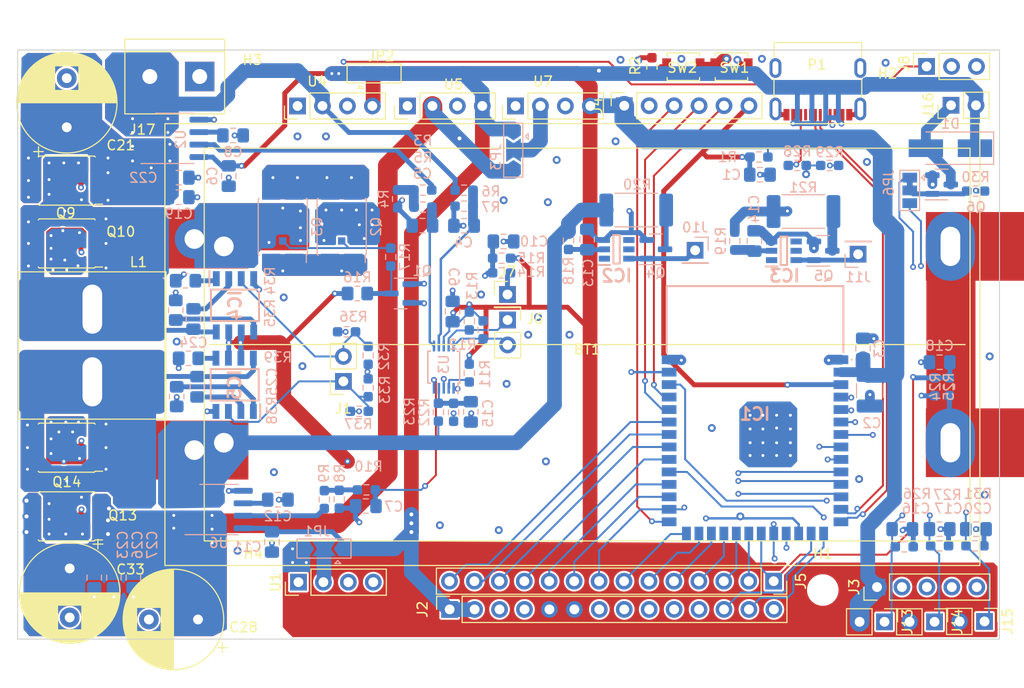
<source format=kicad_pcb>
(kicad_pcb (version 20211014) (generator pcbnew)
  (layers (0 "F.Cu" signal) (1 "In1.Cu" power) (2 "In2.Cu" signal) (31 "B.Cu" signal) (34 "B.Paste" user) (35 "F.Paste" user) (36 "B.SilkS" user "B.Silkscreen") (37 "F.SilkS" user "F.Silkscreen") (38 "B.Mask" user) (39 "F.Mask" user) (44 "Edge.Cuts" user))
  (net 0 "")
  (net 1 "IO16")
  (net 2 "IO9")
  (net 3 "IO15")
  (net 4 "IO8")
  (net 5 "IO2")
  (net 6 "IO7")
  (net 7 "IO38")
  (net 8 "IO10")
  (net 9 "+3V3")
  (net 10 "GND")
  (net 11 "EN")
  (net 12 "IO0")
  (net 13 "RXD0")
  (net 14 "TXD0")
  (net 15 "IO17")
  (net 16 "IO18")
  (net 17 "IO1")
  (net 18 "+5V")
  (net 19 "Net-(IC2-Pad6)")
  (net 20 "Net-(IC3-Pad6)")
  (net 21 "/BuckBoost/+Vin")
  (net 22 "VCC")
  (net 23 "+VSW")
  (net 24 "Net-(C8-Pad1)")
  (net 25 "I-IN")
  (net 26 "Net-(R11-Pad1)")
  (net 27 "Vin-Mesure")
  (net 28 "Net-(C5-Pad1)")
  (net 29 "Net-(C12-Pad1)")
  (net 30 "I-Out")
  (net 31 "IO42")
  (net 32 "IO41")
  (net 33 "IO40")
  (net 34 "IO39")
  (net 35 "IO37")
  (net 36 "IO36")
  (net 37 "IO35")
  (net 38 "IO45")
  (net 39 "IO48")
  (net 40 "IO47")
  (net 41 "IO21")
  (net 42 "IO14")
  (net 43 "IO13")
  (net 44 "IO12")
  (net 45 "IO11")
  (net 46 "IO46")
  (net 47 "IO3")
  (net 48 "IO6")
  (net 49 "IO5")
  (net 50 "IO4")
  (net 53 "Net-(C13-Pad1)")
  (net 57 "Net-(C14-Pad1)")
  (net 59 "+12V")
  (net 60 "Buck_Low_NMOSFET")
  (net 61 "Net-(C24-Pad2)")
  (net 62 "Buck_High_NMOSFET")
  (net 63 "Net-(C25-Pad2)")
  (net 64 "Boost_Low_NMOSFET")
  (net 65 "Net-(C10-Pad2)")
  (net 66 "Boost_High_NMOSFET")
  (net 67 "Net-(Q9-Pad2)")
  (net 68 "Net-(Q10-Pad2)")
  (net 69 "Net-(Q13-Pad2)")
  (net 70 "Net-(Q14-Pad2)")
  (net 71 "Vout-Mesure")
  (net 72 "Net-(D1-Pad2)")
  (net 73 "Net-(JP1-Pad2)")
  (net 74 "Net-(JP2-Pad2)")
  (net 75 "Net-(JP3-Pad2)")
  (net 76 "Net-(JP6-Pad2)")
  (net 77 "Net-(BT1-Pad3)")
  (net 78 "Net-(C7-Pad1)")
  (net 79 "Net-(R3-Pad2)")
  (net 80 "Net-(R10-Pad2)")
  (net 81 "Net-(Q2-Pad2)")
  (net 82 "Net-(BT1-Pad2)")
  (net 83 "Net-(BT1-Pad1)")
  (net 84 "Net-(Q2-Pad1)")
  (net 85 "Net-(Q4-Pad3)")
  (net 86 "Net-(Q5-Pad3)")
  (net 87 "Net-(Q1-Pad3)")
  (net 88 "D-")
  (net 89 "D+")
  (net 90 "Phase_Buck")
  (net 91 "Phase_Boost")
  (net 93 "Net-(U4-Pad1)")
  (net 94 "Net-(U5-Pad1)")
  (net 95 "Net-(U7-Pad1)")
  (net 96 "Net-(R2-Pad2)")
  (net 97 "Net-(P1-PadB5)")
  (net 98 "Net-(P1-PadA5)")
  (footprint "Connector_PinSocket_2.54mm:PinSocket_1x02_P2.54mm_Vertical" (layer "F.Cu") (at 50.175 137.75 180)
    (fp_text reference "J1")
    (fp_text value "Conn_01x02_Male")
  )
  (footprint "Package_DirectFET:DirectFET_MX" (layer "F.Cu") (at 22 151.5 180)
    (fp_text reference "Q13")
    (fp_text value "IRF6715M")
  )
  (footprint "Package_DirectFET:DirectFET_MX" (layer "F.Cu") (at 22 117.3 180)
    (fp_text reference "Q9")
    (fp_text value "IRF6715M")
  )
  (footprint "Capacitor_THT:CP_Radial_D10.0mm_P5.00mm" (layer "F.Cu") (at 22.3 156.8 -90)
    (fp_text reference "C33")
    (fp_text value "C_Polarized_US")
  )
  (footprint "Connector_PinHeader_2.54mm:PinHeader_1x02_P2.54mm_Vertical" (layer "F.Cu") (at 112.064729 109.628803 90)
    (fp_text reference "J16")
    (fp_text value "Conn_01x02_Male")
  )
  (footprint "Connector_PinHeader_2.54mm:PinHeader_1x02_P2.54mm_Vertical" (layer "F.Cu") (at 105.289398 162.23814 -90)
    (fp_text reference "J13")
    (fp_text value "Conn_01x02_Male")
  )
  (footprint "Connector_PinSocket_2.54mm:PinSocket_1x14_P2.54mm_Vertical" (layer "F.Cu") (at 61 160.975 90)
    (fp_text reference "J2")
    (fp_text value "Conn_01x14_Male")
  )
  (footprint "Connector_PinSocket_2.54mm:PinSocket_1x02_P2.54mm_Vertical" (layer "F.Cu") (at 66.9 131.5)
    (fp_text reference "J6")
    (fp_text value "Conn_01x02_Male")
  )
  (footprint "Connector_PinSocket_2.54mm:PinSocket_1x06_P2.54mm_Vertical" (layer "F.Cu") (at 78.78 109.675 90)
    (fp_text reference "J4")
    (fp_text value "Conn_01x06_Male")
  )
  (footprint "Connector_PinHeader_2.54mm:PinHeader_1x04_P2.54mm_Vertical" (layer "F.Cu") (at 67.705 109.7 90)
    (fp_text reference "U7")
    (fp_text value "BuckConverter")
  )
  (footprint "Connector_PinHeader_2.54mm:PinHeader_1x04_P2.54mm_Vertical" (layer "F.Cu") (at 45.505 109.7 90)
    (fp_text reference "U4")
    (fp_text value "BuckConverter")
  )
  (footprint "Connector_PinHeader_2.54mm:PinHeader_1x02_P2.54mm_Vertical" (layer "F.Cu") (at 115.475 162.2 -90)
    (fp_text reference "J15")
    (fp_text value "Conn_01x02_Male")
  )
  (footprint "MountingHole:MountingHole_2.7mm_M2.5" (layer "F.Cu") (at 41 159)
    (fp_text reference "H4")
    (fp_text value "MountingHole")
  )
  (footprint "Connector_PinHeader_2.54mm:PinHeader_1x04_P2.54mm_Vertical" (layer "F.Cu") (at 56.705 109.7 90)
    (fp_text reference "U5")
    (fp_text value "BuckConverter")
  )
  (footprint "MountingHole:MountingHole_2.7mm_M2.5" (layer "F.Cu") (at 41 109)
    (fp_text reference "H3")
    (fp_text value "MountingHole")
  )
  (footprint "Capacitor_THT:CP_Radial_D10.0mm_P5.00mm" (layer "F.Cu") (at 22 111.867677 90)
    (fp_text reference "C21")
    (fp_text value "C_Polarized_US")
  )
  (footprint "Capacitor_THT:CP_Radial_D10.0mm_P5.00mm" (layer "F.Cu") (at 35.367677 162 180)
    (fp_text reference "C28")
    (fp_text value "C_Polarized_US")
  )
  (footprint "Package_DirectFET:DirectFET_MX" (layer "F.Cu") (at 22 123.7 180)
    (fp_text reference "Q10")
    (fp_text value "IRF6715M")
  )
  (footprint "Connector_PinSocket_2.54mm:PinSocket_1x03_P2.54mm_Vertical" (layer "F.Cu") (at 109.575 105.675 90)
    (fp_text reference "J8")
    (fp_text value "Conn_01x03_Male")
  )
  (footprint "Connector_PinHeader_2.54mm:PinHeader_1x02_P2.54mm_Vertical" (layer "F.Cu") (at 110.383635 162.239472 -90)
    (fp_text reference "J14")
    (fp_text value "Conn_01x02_Male")
  )
  (footprint "Package_DirectFET:DirectFET_MX" (layer "F.Cu") (at 22 144.5 180)
    (fp_text reference "Q14")
    (fp_text value "IRF6715M")
  )
  (footprint "Library:Inductor-Universal-15x15" (layer "F.Cu") (at 32.105 126.595 180)
    (fp_text reference "L1")
    (fp_text value "INDUCTOR")
  )
  (footprint "Connector_PinHeader_2.54mm:PinHeader_1x01_P2.54mm_Vertical" (layer "F.Cu") (at 66.8875 128.9)
    (fp_text reference "J7")
    (fp_text value "Conn_01x01_Male")
  )
  (footprint "Resistor_SMD:R_0603_1608Metric_Pad0.98x0.95mm_HandSolder" (layer "F.Cu") (at 81.6 105.7 -90)
    (fp_text reference "R2")
    (fp_text value "10k")
  )
  (footprint "Connector_USB:USB_C_Receptacle_Palconn_UTC16-G" (layer "F.Cu") (at 98.5 108.075 180)
    (fp_text reference "P1")
    (fp_text value "USB_C_Plug_USB2.0")
  )
  (footprint "TerminalBlock:TerminalBlock_bornier-2_P5.08mm" (layer "F.Cu") (at 35.54 106.7 180)
    (fp_text reference "J17")
    (fp_text value "Screw_Terminal_01x02")
  )
  (footprint "MountingHole:MountingHole_2.7mm_M2.5" (layer "F.Cu") (at 99 159)
    (fp_text reference "H1")
    (fp_text value "MountingHole")
  )
  (footprint "Jumper:SolderJumper-3_P2.0mm_Open_TrianglePad1.0x1.5mm" (layer "F.Cu") (at 53.3 106.4)
    (fp_text reference "JP2")
    (fp_text value "SolderJumper_3_Bridged12")
  )
  (footprint "Library:2x18650+21700-Holder" (layer "F.Cu") (at 75 134 180)
    (fp_text reference "BT1")
    (fp_text value "2xBattery+sense")
  )
  (footprint "MountingHole:MountingHole_2.7mm_M2.5" (layer "F.Cu") (at 106.7 109.9)
    (fp_text reference "H2")
    (fp_text value "MountingHole")
  )
  (footprint "Button_Switch_SMD:SW_SPST_B3U-1000P" (layer "F.Cu") (at 89.7 105.7)
    (fp_text reference "SW1")
    (fp_text value "SW_DIP_x01")
  )
  (footprint "Button_Switch_SMD:SW_SPST_B3U-1000P" (layer "F.Cu") (at 84.8 105.7 180)
    (fp_text reference "SW2")
    (fp_text value "SW_DIP_x01")
  )
  (footprint "Connector_PinHeader_2.54mm:PinHeader_1x04_P2.54mm_Vertical" (layer "F.Cu") (at 45.6 158.2 90)
    (fp_text reference "U1")
    (fp_text value "BoostConverter")
  )
  (footprint "Connector_PinHeader_2.54mm:PinHeader_1x05_P2.54mm_Vertical" (layer "F.Cu") (at 104.525 158.7 90)
    (fp_text reference "J3")
    (fp_text value "Conn_01x05_Male")
  )
  (footprint "Connector_PinSocket_2.54mm:PinSocket_1x14_P2.54mm_Vertical" (layer "F.Cu") (at 94 158.1 -90)
    (fp_text reference "J5")
    (fp_text value "Conn_01x14_Male")
  )
  (footprint "Package_TO_SOT_SMD:SOT-23" (layer "B.Cu") (at 56 128.8 180)
    (fp_text reference "Q1")
    (fp_text value "Q_NMOS_DGS")
  )
  (footprint "Resistor_SMD:R_0603_1608Metric_Pad0.98x0.95mm_HandSolder" (layer "B.Cu") (at 111.9 138.3 -90)
    (fp_text reference "R24")
    (fp_text value "6k")
  )
  (footprint "Resistor_SMD:R_0805_2012Metric_Pad1.20x1.40mm_HandSolder" (layer "B.Cu") (at 33.1 130.5 -90)
    (fp_text reference "R35")
    (fp_text value "10")
  )
  (footprint "Resistor_SMD:R_0603_1608Metric_Pad0.98x0.95mm_HandSolder" (layer "B.Cu") (at 58.2875 120 180)
    (fp_text reference "R5")
    (fp_text value "1k")
  )
  (footprint "Capacitor_SMD:C_0805_2012Metric_Pad1.18x1.45mm_HandSolder" (layer "B.Cu") (at 52.457366 150.450824 180)
    (fp_text reference "C7")
    (fp_text value "2.2uF")
  )
  (footprint "Resistor_SMD:R_0603_1608Metric_Pad0.98x0.95mm_HandSolder" (layer "B.Cu") (at 62.4625 119.9)
    (fp_text reference "R7")
    (fp_text value "1k")
  )
  (footprint "Resistor_SMD:R_0603_1608Metric_Pad0.98x0.95mm_HandSolder" (layer "B.Cu") (at 73.1 123.4 -90)
    (fp_text reference "R18")
    (fp_text value "100")
  )
  (footprint "Capacitor_SMD:C_0805_2012Metric_Pad1.18x1.45mm_HandSolder" (layer "B.Cu") (at 28.788699 157.732048 -90)
    (fp_text reference "C27")
    (fp_text value "2.2uF")
  )
  (footprint "Resistor_SMD:R_2512_6332Metric_Pad1.40x3.35mm_HandSolder" (layer "B.Cu") (at 80 120.3)
    (fp_text reference "R20")
    (fp_text value "610")
  )
  (footprint "Package_SO:SOIC-8_3.9x4.9mm_P1.27mm" (layer "B.Cu") (at 33 113)
    (fp_text reference "U2")
    (fp_text value "ACS712xLCTR-20A")
  )
  (footprint "Resistor_SMD:R_0603_1608Metric_Pad0.98x0.95mm_HandSolder" (layer "B.Cu") (at 66.2875 125.2 180)
    (fp_text reference "R15")
    (fp_text value "10k")
  )
  (footprint "Capacitor_SMD:C_0805_2012Metric_Pad1.18x1.45mm_HandSolder" (layer "B.Cu") (at 62.4625 121.9 180)
    (fp_text reference "C4")
    (fp_text value "100nF")
  )
  (footprint "Capacitor_SMD:C_0805_2012Metric_Pad1.18x1.45mm_HandSolder" (layer "B.Cu") (at 58.224462 121.891118 180)
    (fp_text reference "C5")
    (fp_text value "2.2uF")
  )
  (footprint "Resistor_SMD:R_0603_1608Metric_Pad0.98x0.95mm_HandSolder" (layer "B.Cu") (at 66.2875 126.7)
    (fp_text reference "R14")
    (fp_text value "500")
  )
  (footprint "Resistor_SMD:R_2512_6332Metric_Pad1.40x3.35mm_HandSolder" (layer "B.Cu") (at 97.0375 120.45)
    (fp_text reference "R21")
    (fp_text value "610")
  )
  (footprint "Resistor_SMD:R_0805_2012Metric_Pad1.20x1.40mm_HandSolder" (layer "B.Cu") (at 51.6 128.8 180)
    (fp_text reference "R16")
    (fp_text value "10k")
  )
  (footprint "Connector_PinHeader_2.54mm:PinHeader_1x01_P2.54mm_Vertical" (layer "B.Cu") (at 86 124.398209 180)
    (fp_text reference "J10")
    (fp_text value "Conn_01x01_Male")
  )
  (footprint "Capacitor_SMD:C_0805_2012Metric_Pad1.18x1.45mm_HandSolder" (layer "B.Cu") (at 38.9375 112.7)
    (fp_text reference "C8")
    (fp_text value "2.2uF")
  )
  (footprint "Resistor_SMD:R_0805_2012Metric_Pad1.20x1.40mm_HandSolder" (layer "B.Cu") (at 34.4 135.4)
    (fp_text reference "R39")
    (fp_text value "10")
  )
  (footprint "Capacitor_SMD:C_0805_2012Metric_Pad1.18x1.45mm_HandSolder" (layer "B.Cu") (at 107.1 152.8)
    (fp_text reference "C16")
    (fp_text value "100nF")
  )
  (footprint "Jumper:SolderJumper-3_P1.3mm_Bridged12_Pad1.0x1.5mm" (layer "B.Cu") (at 107.8575 118.3 -90)
    (fp_text reference "JP6")
    (fp_text value "SolderJumper_3_Bridged12")
  )
  (footprint "Resistor_SMD:R_0603_1608Metric_Pad0.98x0.95mm_HandSolder" (layer "B.Cu") (at 90.0375 123.45 -90)
    (fp_text reference "R19")
    (fp_text value "100")
  )
  (footprint "Capacitor_SMD:C_0805_2012Metric_Pad1.18x1.45mm_HandSolder" (layer "B.Cu") (at 92.6 116.7 180)
    (fp_text reference "C1")
    (fp_text value "100nF")
  )
  (footprint "Resistor_SMD:R_0603_1608Metric_Pad0.98x0.95mm_HandSolder" (layer "B.Cu") (at 52.521144 148.8 180)
    (fp_text reference "R10")
    (fp_text value "1k")
  )
  (footprint "Package_SO:SOIC-8_3.9x4.9mm_P1.27mm" (layer "B.Cu") (at 37.5 150.8)
    (fp_text reference "U6")
    (fp_text value "ACS712xLCTR-20A")
  )
  (footprint "Capacitor_SMD:C_0805_2012Metric_Pad1.18x1.45mm_HandSolder" (layer "B.Cu") (at 66.4875 123.5 180)
    (fp_text reference "C10")
    (fp_text value "100nF")
  )
  (footprint "Resistor_SMD:R_0603_1608Metric_Pad0.98x0.95mm_HandSolder" (layer "B.Cu") (at 62.464728 118.27886 180)
    (fp_text reference "R6")
    (fp_text value "11k")
  )
  (footprint "Resistor_SMD:R_0603_1608Metric_Pad0.98x0.95mm_HandSolder" (layer "B.Cu") (at 55 125.0875 90)
    (fp_text reference "R17")
    (fp_text value "1k")
  )
  (footprint "Resistor_SMD:R_0603_1608Metric_Pad0.98x0.95mm_HandSolder" (layer "B.Cu") (at 110.4 138.3 90)
    (fp_text reference "R25")
    (fp_text value "8k")
  )
  (footprint "Resistor_SMD:R_0603_1608Metric_Pad0.98x0.95mm_HandSolder" (layer "B.Cu") (at 50.5 132.7 180)
    (fp_text reference "R36")
    (fp_text value "28k")
  )
  (footprint "Jumper:SolderJumper-3_P2.0mm_Open_TrianglePad1.0x1.5mm" (layer "B.Cu") (at 48.2 154.8 180)
    (fp_text reference "JP1")
    (fp_text value "SolderJumper_3_Bridged12")
  )
  (footprint "Resistor_SMD:R_0805_2012Metric_Pad1.20x1.40mm_HandSolder" (layer "B.Cu") (at 33.2 139.3 90)
    (fp_text reference "R38")
    (fp_text value "10")
  )
  (footprint "Package_DirectFET:DirectFET_MX" (layer "B.Cu") (at 44 122 90)
    (fp_text reference "Q3")
    (fp_text value "Q_NMOS_DGS")
  )
  (footprint "Package_TO_SOT_SMD:SOT-23" (layer "B.Cu") (at 111.1 117.7)
    (fp_text reference "Q6")
    (fp_text value "Q_NMOS_DGS")
  )
  (footprint "Capacitor_SMD:C_0805_2012Metric_Pad1.18x1.45mm_HandSolder" (layer "B.Cu") (at 75 123.3 90)
    (fp_text reference "C13")
    (fp_text value "100nF")
  )
  (footprint "Capacitor_SMD:C_0805_2012Metric_Pad1.18x1.45mm_HandSolder" (layer "B.Cu") (at 110.9 135.8 180)
    (fp_text reference "C18")
    (fp_text value "100nF")
  )
  (footprint "Package_TO_SOT_SMD:SOT-23" (layer "B.Cu") (at 82 124.3)
    (fp_text reference "Q4")
    (fp_text value "Q_NMOS_DGS")
  )
  (footprint "Capacitor_SMD:C_0805_2012Metric_Pad1.18x1.45mm_HandSolder" (layer "B.Cu") (at 35.3 138.3 -90)
    (fp_text reference "C25")
    (fp_text value "100nF")
  )
  (footprint "Package_DirectFET:DirectFET_MX" (layer "B.Cu") (at 50 122 90)
    (fp_text reference "Q2")
    (fp_text value "Q_NMOS_DGS")
  )
  (footprint "Package_TO_SOT_SMD:SOT-23" (layer "B.Cu") (at 99.0375 124.45)
    (fp_text reference "Q5")
    (fp_text value "Q_NMOS_DGS")
  )
  (footprint "Resistor_SMD:R_0805_2012Metric_Pad1.20x1.40mm_HandSolder" (layer "B.Cu") (at 34.1 127.5)
    (fp_text reference "R34")
    (fp_text value "10")
  )
  (footprint "SamacSys_Parts:SOIC127P600X175-8N" (layer "B.Cu") (at 39.1 138.1 90)
    (fp_text reference "IC5")
    (fp_text value "ISL6612ACBZ-T" hide)
  )
  (footprint "Resistor_SMD:R_0603_1608Metric_Pad0.98x0.95mm_HandSolder" (layer "B.Cu") (at 107.3 154.6 180)
    (fp_text reference "R26")
    (fp_text value "10k")
  )
  (footprint "SamacSys_Parts:SOT95P280X140-6N" (layer "B.Cu") (at 95.0375 124.45)
    (fp_text reference "IC3")
    (fp_text value "HY2213-BB3A" hide)
  )
  (footprint "Resistor_SMD:R_0603_1608Metric_Pad0.98x0.95mm_HandSolder" (layer "B.Cu") (at 114.565253 118.365674 180)
    (fp_text reference "R30")
    (fp_text value "10k")
  )
  (footprint "Capacitor_SMD:C_0805_2012Metric_Pad1.18x1.45mm_HandSolder" (layer "B.Cu") (at 33.399222 118.990647)
    (fp_text reference "C19")
    (fp_text value "2.2uF")
  )
  (footprint "Capacitor_SMD:C_0805_2012Metric_Pad1.18x1.45mm_HandSolder" (layer "B.Cu") (at 114.6 152.8)
    (fp_text reference "C20")
    (fp_text value "100nF")
  )
  (footprint "Capacitor_SMD:C_0805_2012Metric_Pad1.18x1.45mm_HandSolder" (layer "B.Cu") (at 33.4 117)
    (fp_text reference "C22")
    (fp_text value "100nF")
  )
  (footprint "Resistor_SMD:R_0603_1608Metric_Pad0.98x0.95mm_HandSolder" (layer "B.Cu") (at 61.4 140.9 -90)
    (fp_text reference "R22")
    (fp_text value "2k")
  )
  (footprint "Capacitor_SMD:C_0805_2012Metric_Pad1.18x1.45mm_HandSolder" (layer "B.Cu") (at 61.3 130.6375 90)
    (fp_text reference "C9")
    (fp_text value "100nF")
  )
  (footprint "Resistor_SMD:R_0603_1608Metric_Pad0.98x0.95mm_HandSolder" (layer "B.Cu") (at 49.750888 149.752968 -90)
    (fp_text reference "R9")
    (fp_text value "10k")
  )
  (footprint "Capacitor_SMD:C_0805_2012Metric_Pad1.18x1.45mm_HandSolder" (layer "B.Cu") (at 110.9 152.8)
    (fp_text reference "C17")
    (fp_text value "100nF")
  )
  (footprint "Resistor_SMD:R_0603_1608Metric_Pad0.98x0.95mm_HandSolder" (layer "B.Cu") (at 55.703291 119.166189 -90)
    (fp_text reference "R4")
    (fp_text value "10k")
  )
  (footprint "Resistor_SMD:R_0603_1608Metric_Pad0.98x0.95mm_HandSolder" (layer "B.Cu") (at 110.9 154.5 180)
    (fp_text reference "R27")
    (fp_text value "10k")
  )
  (footprint "Package_SO:TSSOP-10_3x3mm_P0.5mm" (layer "B.Cu") (at 60.4 136.3 90)
    (fp_text reference "U3")
    (fp_text value "ADS1015IDGS")
  )
  (footprint "Capacitor_SMD:C_0805_2012Metric_Pad1.18x1.45mm_HandSolder" (layer "B.Cu") (at 38.5 116.8375 -90)
    (fp_text reference "C6")
    (fp_text value "100nF")
  )
  (footprint "Resistor_SMD:R_0603_1608Metric_Pad0.98x0.95mm_HandSolder" (layer "B.Cu") (at 99.7 115.75625)
    (fp_text reference "R29")
    (fp_text value "5.1k")
  )
  (footprint "Resistor_SMD:R_0603_1608Metric_Pad0.98x0.95mm_HandSolder" (layer "B.Cu") (at 52.7 135.1 -90)
    (fp_text reference "R32")
    (fp_text value "14k")
  )
  (footprint "Capacitor_SMD:C_0805_2012Metric_Pad1.18x1.45mm_HandSolder" (layer "B.Cu") (at 42.9 154.1 -90)
    (fp_text reference "C11")
    (fp_text value "100nF")
  )
  (footprint "SamacSys_Parts:ESP32S3WROOM1N16" (layer "B.Cu") (at 92.1 140.8 180)
    (fp_text reference "IC1")
    (fp_text value "ESP32-S3-WROOM-1-N16" hide)
  )
  (footprint "Capacitor_SMD:C_0805_2012Metric_Pad1.18x1.45mm_HandSolder" (layer "B.Cu") (at 43.5 149.8)
    (fp_text reference "C12")
    (fp_text value "2.2uF")
  )
  (footprint "Capacitor_SMD:C_0805_2012Metric_Pad1.18x1.45mm_HandSolder" (layer "B.Cu") (at 24.8 157.7375 -90)
    (fp_text reference "C23")
    (fp_text value "1pF")
  )
  (footprint "Capacitor_SMD:C_0805_2012Metric_Pad1.18x1.45mm_HandSolder" (layer "B.Cu") (at 34.9 131.4 90)
    (fp_text reference "C24")
    (fp_text value "100nF")
  )
  (footprint "Capacitor_SMD:C_0805_2012Metric_Pad1.18x1.45mm_HandSolder" (layer "B.Cu") (at 92.0375 123.45 90)
    (fp_text reference "C14")
    (fp_text value "100nF")
  )
  (footprint "Resistor_SMD:R_0603_1608Metric_Pad0.98x0.95mm_HandSolder" (layer "B.Cu") (at 64.4 132.5 90)
    (fp_text reference "R12")
    (fp_text value "10k")
  )
  (footprint "Resistor_SMD:R_0603_1608Metric_Pad0.98x0.95mm_HandSolder" (layer "B.Cu") (at 63 136.9 90)
    (fp_text reference "R11")
    (fp_text value "10k")
  )
  (footprint "Diode_SMD:D_SMA_Handsoldering" (layer "B.Cu") (at 112 114 180)
    (fp_text reference "D1")
    (fp_text value "D")
  )
  (footprint "SamacSys_Parts:SOT95P280X140-6N" (layer "B.Cu") (at 78 124.3)
    (fp_text reference "IC2")
    (fp_text value "HY2213-BB3A" hide)
  )
  (footprint "Capacitor_SMD:C_1210_3225Metric_Pad1.33x2.70mm_HandSolder" (layer "B.Cu") (at 103.8 138.7 -90)
    (fp_text reference "C2")
    (fp_text value "22uF")
  )
  (footprint "Resistor_SMD:R_0603_1608Metric_Pad0.98x0.95mm_HandSolder" (layer "B.Cu") (at 59.848657 140.888919 90)
    (fp_text reference "R23")
    (fp_text value "7500")
  )
  (footprint "Resistor_SMD:R_0603_1608Metric_Pad0.98x0.95mm_HandSolder" (layer "B.Cu") (at 96.4 115.75625 180)
    (fp_text reference "R28")
    (fp_text value "1k")
  )
  (footprint "Resistor_SMD:R_0603_1608Metric_Pad0.98x0.95mm_HandSolder" (layer "B.Cu") (at 51.8 140.8 180)
    (fp_text reference "R37")
    (fp_text value "28k")
  )
  (footprint "Connector_PinHeader_2.54mm:PinHeader_1x01_P2.54mm_Vertical" (layer "B.Cu") (at 102.6 124.8)
    (fp_text reference "J11")
    (fp_text value "Conn_01x01_Male")
  )
  (footprint "Resistor_SMD:R_0603_1608Metric_Pad0.98x0.95mm_HandSolder" (layer "B.Cu") (at 52.7 138.4 -90)
    (fp_text reference "R33")
    (fp_text value "14k")
  )
  (footprint "Capacitor_SMD:C_0805_2012Metric_Pad1.18x1.45mm_HandSolder" (layer "B.Cu") (at 103.1 134.4 90)
    (fp_text reference "C3")
    (fp_text value "100nF")
  )
  (footprint "Resistor_SMD:R_0603_1608Metric_Pad0.98x0.95mm_HandSolder" (layer "B.Cu") (at 58.259483 118.269978 180)
    (fp_text reference "R3")
    (fp_text value "15k")
  )
  (footprint "Jumper:SolderJumper-3_P2.0mm_Open_TrianglePad1.0x1.5mm" (layer "B.Cu") (at 67.5 114.2 -90)
    (fp_text reference "JP3")
    (fp_text value "SolderJumper_3_Bridged12")
  )
  (footprint "Resistor_SMD:R_0603_1608Metric_Pad0.98x0.95mm_HandSolder" (layer "B.Cu") (at 114.5 154.5 180)
    (fp_text reference "R31")
    (fp_text value "10k")
  )
  (footprint "Capacitor_SMD:C_0805_2012Metric_Pad1.18x1.45mm_HandSolder" (layer "B.Cu") (at 26.8 157.7375 -90)
    (fp_text reference "C26")
    (fp_text value "100nF")
  )
  (footprint "Resistor_SMD:R_0603_1608Metric_Pad0.98x0.95mm_HandSolder" (layer "B.Cu") (at 48.232788 149.786211 90)
    (fp_text reference "R8")
    (fp_text value "15k")
  )
  (footprint "Resistor_SMD:R_0603_1608Metric_Pad0.98x0.95mm_HandSolder" (layer "B.Cu") (at 63 131.6 90)
    (fp_text reference "R13")
    (fp_text value "10k")
  )
  (footprint "Capacitor_SMD:C_0805_2012Metric_Pad1.18x1.45mm_HandSolder" (layer "B.Cu") (at 63.150801 140.855675 -90)
    (fp_text reference "C15")
    (fp_text value "100nF")
  )
  (footprint "Resistor_SMD:R_0603_1608Metric_Pad0.98x0.95mm_HandSolder" (layer "B.Cu") (at 92.5 114.9)
    (fp_text reference "R1")
    (fp_text value "10k")
  )
  (footprint "SamacSys_Parts:SOIC127P600X175-8N" (layer "B.Cu") (at 39.135 130 -90)
    (fp_text reference "IC4")
    (fp_text value "ISL6612ACBZ-T" hide)
  )
  (gr_rect (start 17 104) (end 117 164) (layer "Edge.Cuts") (width 0.1) (fill none))
  (via (at 99.5 145.7) (size 0.6) (drill 0.3) (layers "F.Cu" "B.Cu") (net 1))
  (segment (start 100.85 145.7) (end 99.5 145.7) (width 0.2) (layer "B.Cu") (net 1))
  (via (at 87.1 151.7) (size 0.6) (drill 0.3) (layers "F.Cu" "B.Cu") (net 2))
  (segment (start 50.175 137.75) (end 52.7125 140.2875) (width 0.2) (layer "B.Cu") (net 2))
  (segment (start 87.1 151.7) (end 95.945 151.7) (width 0.25) (layer "B.Cu") (net 2))
  (segment (start 38.465 140.812) (end 38.465 141.253522) (width 0.2) (layer "B.Cu") (net 2))
  (segment (start 39.085489 141.874011) (end 41.525989 141.874011) (width 0.2) (layer "B.Cu") (net 2))
  (segment (start 45.65 137.75) (end 50.175 137.75) (width 0.2) (layer "B.Cu") (net 2))
  (segment (start 51.7375 139.3125) (end 52.7 139.3125) (width 0.2) (layer "B.Cu") (net 2))
  (segment (start 52.7125 140.2875) (end 52.7125 140.8) (width 0.2) (layer "B.Cu") (net 2))
  (segment (start 95.945 151.7) (end 96.545 152.3) (width 0.25) (layer "B.Cu") (net 2))
  (segment (start 96.545 152.3) (end 96.545 153.3) (width 0.25) (layer "B.Cu") (net 2))
  (segment (start 41.525989 141.874011) (end 45.65 137.75) (width 0.2) (layer "B.Cu") (net 2))
  (segment (start 38.465 141.253522) (end 39.085489 141.874011) (width 0.2) (layer "B.Cu") (net 2))
  (via (at 98.6495 144.4) (size 0.6) (drill 0.3) (layers "F.Cu" "B.Cu") (net 3))
  (segment (start 98.6795 144.43) (end 100.85 144.43) (width 0.2) (layer "B.Cu") (net 3))
  (segment (start 98.6495 144.4) (end 98.6795 144.43) (width 0.2) (layer "B.Cu") (net 3))
  (via (at 90.4 149.2) (size 0.6) (drill 0.3) (layers "F.Cu" "B.Cu") (net 4))
  (segment (start 50.175 133.9375) (end 51.4125 132.7) (width 0.2) (layer "B.Cu") (net 4))
  (segment (start 51.4125 132.7) (end 51.4125 132.9) (width 0.2) (layer "B.Cu") (net 4))
  (segment (start 51.4125 132.9) (end 52.7 134.1875) (width 0.2) (layer "B.Cu") (net 4))
  (segment (start 39.77 127.7005) (end 39.77 127.288) (width 0.2) (layer "B.Cu") (net 4))
  (segment (start 90.4 149.2) (end 100.54 149.2) (width 0.2) (layer "B.Cu") (net 4))
  (segment (start 47.2795 135.21) (end 39.77 127.7005) (width 0.2) (layer "B.Cu") (net 4))
  (segment (start 50.175 135.21) (end 50.175 133.9375) (width 0.2) (layer "B.Cu") (net 4))
  (segment (start 50.175 135.21) (end 47.2795 135.21) (width 0.2) (layer "B.Cu") (net 4))
  (segment (start 100.54 149.2) (end 100.85 149.51) (width 0.2) (layer "B.Cu") (net 4))
  (via (at 99.4 149.9) (size 0.6) (drill 0.3) (layers "F.Cu" "B.Cu") (net 5))
  (segment (start 84.48 138.08) (end 83.35 138.08) (width 0.2) (layer "B.Cu") (net 5))
  (segment (start 99.4 149.9) (end 89.2 149.9) (width 0.2) (layer "B.Cu") (net 5))
  (segment (start 84.98 145.68) (end 84.98 138.58) (width 0.2) (layer "B.Cu") (net 5))
  (segment (start 89.2 149.9) (end 84.98 145.68) (width 0.2) (layer "B.Cu") (net 5))
  (segment (start 84.98 138.58) (end 84.48 138.08) (width 0.2) (layer "B.Cu") (net 5))
  (via (at 104.1 143.2) (size 0.6) (drill 0.3) (layers "F.Cu" "B.Cu") (net 6))
  (segment (start 100.89 143.2) (end 100.85 143.16) (width 0.2) (layer "B.Cu") (net 6))
  (segment (start 104.1 143.2) (end 100.89 143.2) (width 0.2) (layer "B.Cu") (net 6))
  (via (at 99.1 151.6) (size 0.6) (drill 0.3) (layers "F.Cu" "B.Cu") (net 7))
  (segment (start 99.1 151.6) (end 97.99952 150.49952) (width 0.2) (layer "B.Cu") (net 7))
  (segment (start 85.17 146.97) (end 83.35 146.97) (width 0.2) (layer "B.Cu") (net 7))
  (segment (start 88.69952 150.49952) (end 85.17 146.97) (width 0.2) (layer "B.Cu") (net 7))
  (segment (start 97.99952 150.49952) (end 88.69952 150.49952) (width 0.2) (layer "B.Cu") (net 7))
  (via (at 95.3 154.7) (size 0.6) (drill 0.3) (layers "F.Cu" "B.Cu") (net 8))
  (segment (start 95.3 153.325) (end 95.275 153.3) (width 0.2) (layer "B.Cu") (net 8))
  (segment (start 95.3 154.7) (end 95.3 153.325) (width 0.2) (layer "B.Cu") (net 8))
  (segment (start 69.099511 126.299511) (end 69.099511 130.200489) (width 0.5) (layer "F.Cu") (net 9))
  (segment (start 61.926255 130.200489) (end 61.363372 130.763372) (width 0.5) (layer "F.Cu") (net 9))
  (segment (start 64.699511 130.200489) (end 69.099511 130.200489) (width 0.5) (layer "F.Cu") (net 9))
  (segment (start 75.3 132.5) (end 75.3 155.7) (width 1.5) (layer "F.Cu") (net 9))
  (segment (start 63.300489 130.200489) (end 61.926255 130.200489) (width 0.5) (layer "F.Cu") (net 9))
  (segment (start 69.099511 130.200489) (end 73.000489 130.200489) (width 0.5) (layer "F.Cu") (net 9))
  (segment (start 55.205 106.4) (end 74.005 106.4) (width 1.5) (layer "F.Cu") (net 9))
  (segment (start 75.3 111.1) (end 75.3 132.5) (width 1.5) (layer "F.Cu") (net 9))
  (segment (start 64.699511 133.400489) (end 63 135.1) (width 0.5) (layer "F.Cu") (net 9))
  (segment (start 73.000489 130.200489) (end 75.3 132.5) (width 0.5) (layer "F.Cu") (net 9))
  (segment (start 112.935 161.135) (end 112.935 162.2) (width 1) (layer "F.Cu") (net 9))
  (segment (start 107.843635 162.239472) (end 107.843635 162.018635) (width 1) (layer "F.Cu") (net 9))
  (segment (start 63 129.9) (end 63.300489 130.200489) (width 0.5) (layer "F.Cu") (net 9))
  (segment (start 64.699511 130.200489) (end 64.699511 133.400489) (width 0.5) (layer "F.Cu") (net 9))
  (segment (start 74.005 106.4) (end 75.325 107.72) (width 1.5) (layer "F.Cu") (net 9))
  (segment (start 75.325 111.075) (end 75.3 111.1) (width 1.5) (layer "F.Cu") (net 9))
  (segment (start 63.300489 130.200489) (end 64.699511 130.200489) (width 0.5) (layer "F.Cu") (net 9))
  (segment (start 75.325 107.72) (end 75.325 109.7) (width 1.5) (layer "F.Cu") (net 9))
  (segment (start 68 125.2) (end 69.099511 126.299511) (width 0.5) (layer "F.Cu") (net 9))
  (segment (start 75.325 109.7) (end 75.325 111.075) (width 1.5) (layer "F.Cu") (net 9))
  (via (at 45 156.2) (size 0.6) (drill 0.3) (layers "F.Cu" "B.Cu") (net 9))
  (via (at 46.4 156.2) (size 0.6) (drill 0.3) (layers "F.Cu" "B.Cu") (net 9))
  (via (at 52.622881 136.777119) (size 0.6) (drill 0.3) (layers "F.Cu" "B.Cu") (net 9))
  (via (at 63 129.9) (size 0.6) (drill 0.3) (layers "F.Cu" "B.Cu") (net 9))
  (via (at 68 125.2) (size 0.6) (drill 0.3) (layers "F.Cu" "B.Cu") (net 9))
  (via (at 63 135.1) (size 0.6) (drill 0.3) (layers "F.Cu" "B.Cu") (net 9))
  (via (at 45 154.8) (size 0.6) (drill 0.3) (layers "F.Cu" "B.Cu") (net 9))
  (via (at 61.363372 130.763372) (size 0.6) (drill 0.3) (layers "F.Cu" "B.Cu") (net 9))
  (segment (start 104.525 158.7) (end 102.749398 160.475602) (width 2) (layer "B.Cu") (net 9))
  (segment (start 92.7 113.1) (end 103.8 113.1) (width 2) (layer "B.Cu") (net 9))
  (segment (start 105.1 114.4) (end 105.1 121.234079) (width 2) (layer "B.Cu") (net 9))
  (segment (start 80.8 113.1) (end 92.7 113.1) (width 2) (layer "B.Cu") (net 9))
  (segment (start 78.78 111.08) (end 80.8 113.1) (width 2) (layer "B.Cu") (net 9))
  (segment (start 103.1 135.4375) (end 103.1 136.6375) (width 1.5) (layer "B.Cu") (net 9))
  (segment (start 106.3 137) (end 106.3 149.762052) (width 1.5) (layer "B.Cu") (net 9))
  (segment (start 63 135.1) (end 63 135.9875) (width 0.5) (layer "B.Cu") (net 9))
  (segment (start 63 129.9) (end 63 130.6875) (width 0.2) (layer "B.Cu") (net 9))
  (segment (start 103.2725 136.81) (end 103.6 137.1375) (width 1) (layer "B.Cu") (net 9))
  (segment (start 60.4 133.2) (end 60.9625 132.6375) (width 0.2) (layer "B.Cu") (net 9))
  (segment (start 61.363372 130.763372) (end 61.363372 131.611628) (width 0.5) (layer "B.Cu") (net 9))
  (segment (start 63.5 130.6875) (end 64.4 131.5875) (width 0.2) (layer "B.Cu") (net 9))
  (segment (start 52.7 136.0125) (end 52.7 136.7) (width 0.2) (layer "B.Cu") (net 9))
  (segment (start 75.35 109.675) (end 75.325 109.7) (width 1.5) (layer "B.Cu") (net 9))
  (segment (start 67.2 125.2) (end 68 125.2) (width 0.5) (layer "B.Cu") (net 9))
  (segment (start 106.3 149.762052) (end 104.332354 151.729698) (width 1.5) (layer "B.Cu") (net 9))
  (segment (start 93.4125 114.9) (end 93.4125 113.8125) (width 0.2) (layer "B.Cu") (net 9))
  (segment (start 78.78 109.675) (end 78.78 111.08) (width 2) (layer "B.Cu") (net 9))
  (segment (start 106.3 137) (end 106.1625 137.1375) (width 1.5) (layer "B.Cu") (net 9))
  (segment (start 103.579698 152.553064) (end 103.579698 157.654698) (width 1.5) (layer "B.Cu") (net 9))
  (segment (start 106.3 122.434079) (end 106.3 137) (width 2) (layer "B.Cu") (net 9))
  (segment (start 100.85 136.81) (end 103.2725 136.81) (width 1) (layer "B.Cu") (net 9))
  (segment (start 103.579698 157.654698) (end 104.625 158.7) (width 1.5) (layer "B.Cu") (net 9))
  (segment (start 61.363372 131.611628) (end 61.3 131.675) (width 0.5) (layer "B.Cu") (net 9))
  (segment (start 106.1625 137.1375) (end 103.6 137.1375) (width 1.5) (layer "B.Cu") (net 9))
  (segment (start 62.0125 131.675) (end 63 130.6875) (width 0.2) (layer "B.Cu") (net 9))
  (segment (start 60.4 134.15) (end 60.4 133.2) (width 0.2) (layer "B.Cu") (net 9))
  (segment (start 104.332354 151.800408) (end 103.579698 152.553064) (width 1.5) (layer "B.Cu") (net 9))
  (segment (start 102.749398 160.475602) (end 102.749398 162.23814) (width 2) (layer "B.Cu") (net 9))
  (segment (start 60.9625 132.6375) (end 60.9625 132.1) (width 0.2) (layer "B.Cu") (net 9))
  (segment (start 61.3 131.675) (end 62.0125 131.675) (width 0.2) (layer "B.Cu") (net 9))
  (segment (start 103.8 113.1) (end 105.1 114.4) (width 2) (layer "B.Cu") (net 9))
  (segment (start 78.78 109.675) (end 75.35 109.675) (width 1.5) (layer "B.Cu") (net 9))
  (segment (start 104.332354 151.729698) (end 104.332354 151.800408) (width 1.5) (layer "B.Cu") (net 9))
  (segment (start 103.1 136.6375) (end 103.6 137.1375) (width 1.5) (layer "B.Cu") (net 9))
  (segment (start 105.1 121.234079) (end 106.3 122.434079) (width 2) (layer "B.Cu") (net 9))
  (segment (start 52.7 136.7) (end 52.7 137.4875) (width 0.2) (layer "B.Cu") (net 9))
  (segment (start 52.7 136.7) (end 52.622881 136.777119) (width 0.2) (layer "B.Cu") (net 9))
  (segment (start 93.4125 113.8125) (end 92.7 113.1) (width 0.2) (layer "B.Cu") (net 9))
  (segment (start 101.7 110.585) (end 102.24 110.585) (width 0.5) (layer "F.Cu") (net 10))
  (segment (start 88.8 104.9) (end 88 105.7) (width 1) (layer "F.Cu") (net 10))
  (segment (start 86.5 105.7) (end 88 105.7) (width 1) (layer "F.Cu") (net 10))
  (segment (start 94.76 110.585) (end 94.18 110.005) (width 0.5) (layer "F.Cu") (net 10))
  (segment (start 102.24 110.585) (end 102.82 110.005) (width 0.5) (layer "F.Cu") (net 10))
  (segment (start 95.3 110.585) (end 94.76 110.585) (width 0.5) (layer "F.Cu") (net 10))
  (segment (start 89.2 104.9) (end 88.8 104.9) (width 1) (layer "F.Cu") (net 10))
  (via (at 92.6 116.7) (size 0.6) (drill 0.3) (layers "F.Cu" "B.Cu") (net 10))
  (via (at 45.5 112.8) (size 0.8) (drill 0.4) (layers "F.Cu" "B.Cu") (net 10))
  (via (at 87.7 142.5) (size 0.8) (drill 0.4) (layers "F.Cu" "B.Cu") (net 10))
  (via (at 38.5 148.9) (size 0.6) (drill 0.3) (layers "F.Cu" "B.Cu") (net 10))
  (via (at 46 136.2) (size 0.8) (drill 0.4) (layers "F.Cu" "B.Cu") (net 10))
  (via (at 64.2 128.9) (size 0.8) (drill 0.4) (layers "F.Cu" "B.Cu") (net 10))
  (via (at 91.6 142.6) (size 0.6) (drill 0.3) (layers "F.Cu" "B.Cu") (net 10))
  (via (at 77.9 113.3) (size 0.8) (drill 0.4) (layers "F.Cu" "B.Cu") (net 10))
  (via (at 95.7 141.2) (size 0.6) (drill 0.3) (layers "F.Cu" "B.Cu") (net 10))
  (via (at 109.0505 139.2) (size 0.6) (drill 0.3) (layers "F.Cu" "B.Cu") (net 10))
  (via (at 51.5 120.3) (size 0.6) (drill 0.3) (layers "F.Cu" "B.Cu") (net 10))
  (via (at 89.2 104.9) (size 0.8) (drill 0.4) (layers "F.Cu" "B.Cu") (net 10))
  (via (at 73.2 133) (size 0.8) (drill 0.4) (layers "F.Cu" "B.Cu") (net 10))
  (via (at 91.6 141.2) (size 0.6) (drill 0.3) (layers "F.Cu" "B.Cu") (net 10))
  (via (at 89.2 104.9) (size 0.8) (drill 0.4) (layers "F.Cu" "B.Cu") (net 10))
  (via (at 102.7 147.7) (size 0.8) (drill 0.4) (layers "F.Cu" "B.Cu") (net 10))
  (via (at 91.6 144) (size 0.6) (drill 0.3) (layers "F.Cu" "B.Cu") (net 10))
  (via (at 104.2 133.4) (size 0.6) (drill 0.3) (layers "F.Cu" "B.Cu") (net 10))
  (via (at 41.6 128.4) (size 0.6) (drill 0.3) (layers "F.Cu" "B.Cu") (net 10))
  (via (at 61.4 141) (size 0.6) (drill 0.3) (layers "F.Cu" "B.Cu") (net 10))
  (via (at 48.4 112.8) (size 0.8) (drill 0.4) (layers "F.Cu" "B.Cu") (net 10))
  (via (at 20.4 122.9) (size 0.6) (drill 0.3) (layers "F.Cu" "B.Cu") (net 10))
  (via (at 91.6 145.3) (size 0.6) (drill 0.3) (layers "F.Cu" "B.Cu") (net 10))
  (via (at 21.8 125.4) (size 0.6) (drill 0.3) (layers "F.Cu" "B.Cu") (net 10))
  (via (at 92.9 144) (size 0.6) (drill 0.3) (layers "F.Cu" "B.Cu") (net 10))
  (via (at 28.8 159.7) (size 0.6) (drill 0.3) (layers "F.Cu" "B.Cu") (net 10))
  (via (at 44.1 129.2) (size 0.8) (drill 0.4) (layers "F.Cu" "B.Cu") (net 10))
  (via (at 66.8 138) (size 0.8) (drill 0.4) (layers "F.Cu" "B.Cu") (net 10))
  (via (at 94.3 144) (size 0.6) (drill 0.3) (layers "F.Cu" "B.Cu") (net 10))
  (via (at 23.139167 125.977452) (size 0.6) (drill 0.3) (layers "F.Cu" "B.Cu") (net 10))
  (via (at 21.2 142.9) (size 0.6) (drill 0.3) (layers "F.Cu" "B.Cu") (net 10))
  (via (at 39.1 112.7) (size 0.6) (drill 0.3) (layers "F.Cu" "B.Cu") (net 10))
  (via (at 94.3 141.2) (size 0.6) (drill 0.3) (layers "F.Cu" "B.Cu") (net 10))
  (via (at 20.4 145.1) (size 0.6) (drill 0.3) (layers "F.Cu" "B.Cu") (net 10))
  (via (at 114.589753 118.316622) (size 0.6) (drill 0.3) (layers "F.Cu" "B.Cu") (net 10))
  (via (at 70.8 145.9) (size 0.8) (drill 0.4) (layers "F.Cu" "B.Cu") (net 10))
  (via (at 69 133) (size 0.8) (drill 0.4) (layers "F.Cu" "B.Cu") (net 10))
  (via (at 92.9 145.3) (size 0.6) (drill 0.3) (layers "F.Cu" "B.Cu") (net 10))
  (via (at 20.4 141.9) (size 0.6) (drill 0.3) (layers "F.Cu" "B.Cu") (net 10))
  (via (at 21.9 141.9) (size 0.6) (drill 0.3) (layers "F.Cu" "B.Cu") (net 10))
  (via (at 22.6 142.9) (size 0.6) (drill 0.3) (layers "F.Cu" "B.Cu") (net 10))
  (via (at 50 120.3) (size 0.6) (drill 0.3) (layers "F.Cu" "B.Cu") (net 10))
  (via (at 103.5 115.4) (size 0.8) (drill 0.4) (layers "F.Cu" "B.Cu") (net 10))
  (via (at 42.9 154.2) (size 0.6) (drill 0.3) (layers "F.Cu" "B.Cu") (net 10))
  (via (at 21.6 122.4) (size 0.6) (drill 0.3) (layers "F.Cu" "B.Cu") (net 10))
  (via (at 21.7 145.9) (size 0.6) (drill 0.3) (layers "F.Cu" "B.Cu") (net 10))
  (via (at 22 126.4) (size 0.6) (drill 0.3) (layers "F.Cu" "B.Cu") (net 10))
  (via (at 60.4 137.5) (size 0.6) (drill 0.3) (layers "F.Cu" "B.Cu") (net 10))
  (via (at 53.1 120.3) (size 0.6) (drill 0.3) (layers "F.Cu" "B.Cu") (net 10))
  (via (at 50.4 132.7) (size 0.6) (drill 0.3) (layers "F.Cu" "B.Cu") (net 10))
  (via (at 110.2 117.7) (size 0.8) (drill 0.4) (layers "F.Cu" "B.Cu") (net 10))
  (via (at 48.2 123.4) (size 0.6) (drill 0.3) (layers "F.Cu" "B.Cu") (net 10))
  (via (at 95.7 145.3) (size 0.6) (drill 0.3) (layers "F.Cu" "B.Cu") (net 10))
  (via (at 48 121.7) (size 0.6) (drill 0.3) (layers "F.Cu" "B.Cu") (net 10))
  (via (at 24.8 159.7) (size 0.6) (drill 0.3) (layers "F.Cu" "B.Cu") (net 10))
  (via (at 26.8 159.7) (size 0.6) (drill 0.3) (layers "F.Cu" "B.Cu") (net 10))
  (via (at 35.4 117) (size 0.6) (drill 0.3) (layers "F.Cu" "B.Cu") (net 10))
  (via (at 92.8 104.9) (size 0.8) (drill 0.4) (layers "F.Cu" "B.Cu") (net 10))
  (via (at 94.3 145.3) (size 0.6) (drill 0.3) (layers "F.Cu" "B.Cu") (net 10))
  (via (at 99.6 135.60048) (size 0.6) (drill 0.3) (layers "F.Cu" "B.Cu") (net 10))
  (via (at 51.8 121.8) (size 0.6) (drill 0.3) (layers "F.Cu" "B.Cu") (net 10))
  (via (at 20.4 125.3) (size 0.6) (drill 0.3) (layers "F.Cu" "B.Cu") (net 10))
  (via (at 43.1 147) (size 0.8) (drill 0.4) (layers "F.Cu" "B.Cu") (net 10))
  (via (at 53.1 121.8) (size 0.6) (drill 0.3) (layers "F.Cu" "B.Cu") (net 10))
  (via (at 98.1 124.2) (size 0.6) (drill 0.3) (layers "F.Cu" "B.Cu") (net 10))
  (via (at 71.9 115.2) (size 0.8) (drill 0.4) (layers "F.Cu" "B.Cu") (net 10))
  (via (at 20.6 126.4) (size 0.6) (drill 0.3) (layers "F.Cu" "B.Cu") (net 10))
  (via (at 20.4 143.6) (size 0.6) (drill 0.3) (layers "F.Cu" "B.Cu") (net 10))
  (via (at 43.6 149.8) (size 0.6) (drill 0.3) (layers "F.Cu" "B.Cu") (net 10))
  (via (at 84.6 104.9) (size 0.8) (drill 0.4) (layers "F.Cu" "B.Cu") (net 10))
  (via (at 51.7755 140.8) (size 0.6) (drill 0.3) (layers "F.Cu" "B.Cu") (net 10))
  (via (at 94.3 142.5) (size 0.6) (drill 0.3) (layers "F.Cu" "B.Cu") (net 10))
  (via (at 62.4 121.9) (size 0.6) (drill 0.3) (layers "F.Cu" "B.Cu") (net 10))
  (via (at 61.8 138.5) (size 0.6) (drill 0.3) (layers "F.Cu" "B.Cu") (net 10))
  (via (at 38.5 117) (size 0.6) (drill 0.3) (layers "F.Cu" "B.Cu") (net 10))
  (via (at 23.3 122.6) (size 0.6) (drill 0.3) (layers "F.Cu" "B.Cu") (net 10))
  (via (at 71 119.5) (size 0.8) (drill 0.4) (layers "F.Cu" "B.Cu") (net 10))
  (via (at 95.7 144) (size 0.6) (drill 0.3) (layers "F.Cu" "B.Cu") (net 10))
  (via (at 70 131.2) (size 0.8) (drill 0.4) (layers "F.Cu" "B.Cu") (net 10))
  (via (at 66.5 119.3) (size 0.8) (drill 0.4) (layers "F.Cu" "B.Cu") (net 10))
  (via (at 107.138175 152.916063) (size 0.6) (drill 0.3) (layers "F.Cu" "B.Cu") (net 10))
  (via (at 95.7 142.6) (size 0.6) (drill 0.3) (layers "F.Cu" "B.Cu") (net 10))
  (via (at 48.4 120.3) (size 0.6) (drill 0.3) (layers "F.Cu" "B.Cu") (net 10))
  (via (at 92.9 141.2) (size 0.6) (drill 0.3) (layers "F.Cu" "B.Cu") (net 10))
  (via (at 78.4 105) (size 0.8) (drill 0.4) (layers "F.Cu" "B.Cu") (net 10))
  (via (at 62 113) (size 0.8) (drill 0.4) (layers "F.Cu" "B.Cu") (net 10))
  (via (at 63.2 141) (size 0.6) (drill 0.3) (layers "F.Cu" "B.Cu") (net 10))
  (via (at 116 135.2) (size 0.8) (drill 0.4) (layers "F.Cu" "B.Cu") (net 10))
  (via (at 39.4 155) (size 0.8) (drill 0.4) (layers "F.Cu" "B.Cu") (net 10))
  (via (at 35.3 119) (size 0.6) (drill 0.3) (layers "F.Cu" "B.Cu") (net 10))
  (via (at 92.9 142.6) (size 0.6) (drill 0.3) (layers "F.Cu" "B.Cu") (net 10))
  (via (at 36.3 140.8) (size 0.6) (drill 0.3) (layers "F.Cu" "B.Cu") (net 10))
  (via (at 58.3995 129.8) (size 0.6) (drill 0.3) (layers "F.Cu" "B.Cu") (net 10))
  (via (at 23.2 141.9) (size 0.6) (drill 0.3) (layers "F.Cu" "B.Cu") (net 10))
  (via (at 66.48702 123.5) (size 0.6) (drill 0.3) (layers "F.Cu" "B.Cu") (net 10))
  (via (at 61.3 128.5) (size 0.6) (drill 0.3) (layers "F.Cu" "B.Cu") (net 10))
  (via (at 52.3 123.2) (size 0.6) (drill 0.3) (layers "F.Cu" "B.Cu") (net 10))
  (via (at 109 135.8) (size 0.6) (drill 0.3) (layers "F.Cu" "B.Cu") (net 10))
  (via (at 51.8 152.1) (size 0.6) (drill 0.3) (layers "F.Cu" "B.Cu") (net 10))
  (via (at 103.8 139.1) (size 0.6) (drill 0.3) (layers "F.Cu" "B.Cu") (net 10))
  (via (at 66 152.9) (size 0.8) (drill 0.4) (layers "F.Cu" "B.Cu") (net 10))
  (via (at 37 111.1) (size 0.6) (drill 0.3) (layers "F.Cu" "B.Cu") (net 10))
  (via (at 105.4 105.3) (size 0.8) (drill 0.4) (layers "F.Cu" "B.Cu") (net 10))
  (via (at 76.2 106.1) (size 0.8) (drill 0.4) (layers "F.Cu" "B.Cu") (net 10))
  (via (at 60 152.4) (size 0.8) (drill 0.4) (layers "F.Cu" "B.Cu") (net 10))
  (via (at 56.149011 119.3) (size 0.6) (drill 0.3) (layers "F.Cu" "B.Cu") (net 10))
  (via (at 84.6 135.6) (size 0.6) (drill 0.3) (layers "F.Cu" "B.Cu") (net 10))
  (via (at 20.4 124.2) (size 0.6) (drill 0.3) (layers "F.Cu" "B.Cu") (net 10))
  (via (at 111 152.8) (size 0.6) (drill 0.3) (layers "F.Cu" "B.Cu") (net 10))
  (via (at 90.6 151.5) (size 0.8) (drill 0.4) (layers "F.Cu" "B.Cu") (net 10))
  (via (at 97.3 116.65625) (size 0.8) (drill 0.4) (layers "F.Cu" "B.Cu") (net 10))
  (via (at 115.5 149.3) (size 0.8) (drill 0.4) (layers "F.Cu" "B.Cu") (net 10))
  (via (at 114.6 152.8) (size 0.6) (drill 0.3) (layers "F.Cu" "B.Cu") (net 10))
  (via (at 33.2 133.7) (size 0.8) (drill 0.4) (layers "F.Cu" "B.Cu") (net 10))
  (via (at 23.3 145.6) (size 0.6) (drill 0.3) (layers "F.Cu" "B.Cu") (net 10))
  (segment (start 110.4 139.2125) (end 109.063 139.2125) (width 0.5) (layer "B.Cu") (net 10))
  (segment (start 107.254238 152.8) (end 107.138175 152.916063) (width 0.5) (layer "B.Cu") (net 10))
  (segment (start 94.537011 122.750489) (end 93.7875 123.5) (width 0.5) (layer "B.Cu") (net 10))
  (segment (start 67.525 123.5) (end 66.48702 123.5) (width 0.5) (layer "B.Cu") (net 10))
  (segment (start 98.7875 115.75625) (end 97.3125 115.75625) (width 0.2) (layer "B.Cu") (net 10))
  (segment (start 38.505 148.895) (end 38.5 148.9) (width 0.5) (layer "B.Cu") (net 10))
  (segment (start 92.7 122.4125) (end 93.737989 123.450489) (width 1) (layer "B.Cu") (net 10))
  (segment (start 115.6375 152.8) (end 114.6 152.8) (width 0.5) (layer "B.Cu") (net 10))
  (segment (start 93.6375 116.7) (end 92.6 116.7) (width 0.5) (layer "B.Cu") (net 10))
  (segment (start 57.186962 121.891118) (end 57.186962 121.56236) (width 0.5) (layer "B.Cu") (net 10))
  (segment (start 111.8125 152.925) (end 111.9375 152.8) (width 0.5) (layer "B.Cu") (net 10))
  (segment (start 28.788699 159.688699) (end 28.8 159.7) (width 1) (layer "B.Cu") (net 10))
  (segment (start 61.4 138.45) (end 61.75 138.45) (width 0.2) (layer "B.Cu") (net 10))
  (segment (start 51.419866 151.719866) (end 51.8 152.1) (width 0.5) (layer "B.Cu") (net 10))
  (segment (start 41.04 127.288) (end 41.04 127.84) (width 0.5) (layer "B.Cu") (net 10))
  (segment (start 103.1 133.3625) (end 104.1625 133.3625) (width 1) (layer "B.Cu") (net 10))
  (segment (start 115.4125 153.025) (end 115.6375 152.8) (width 0.5) (layer "B.Cu") (net 10))
  (segment (start 50.8875 140.8) (end 51.7755 140.8) (width 0.2) (layer "B.Cu") (net 10))
  (segment (start 61.3 128.5) (end 61.3 129.6) (width 0.5) (layer "B.Cu") (net 10))
  (segment (start 115.4125 154.5) (end 115.4125 153.025) (width 0.5) (layer "B.Cu") (net 10))
  (segment (start 63.150801 141.893175) (end 63.150801 141.049199) (width 0.5) (layer "B.Cu") (net 10))
  (segment (start 108.1375 152.8) (end 107.254238 152.8) (width 0.5) (layer "B.Cu") (net 10))
  (segment (start 110.2 117.7) (end 110.1625 117.6625) (width 0.5) (layer "B.Cu") (net 10))
  (segment (start 92.0375 122.4125) (end 92.7 122.4125) (width 1) (layer "B.Cu") (net 10))
  (segment (start 108.2125 154.6) (end 108.2125 153.5125) (width 0.5) (layer "B.Cu") (net 10))
  (segment (start 61.425 121.9) (end 61.425 120.025) (width 0.5) (layer "B.Cu") (net 10))
  (segment (start 104.1625 133.3625) (end 104.2 133.4) (width 1) (layer "B.Cu") (net 10))
  (segment (start 111.8125 154.5) (end 111.8125 152.925) (width 0.5) (layer "B.Cu") (net 10))
  (segment (start 44.5375 149.8) (end 43.6 149.8) (width 0.5) (layer "B.Cu") (net 10))
  (segment (start 24.8 158.775) (end 24.8 159.7) (width 1) (layer "B.Cu") (net 10))
  (segment (start 98.1 123.5) (end 97.350489 122.750489) (width 0.5) (layer "B.Cu") (net 10))
  (segment (start 108.2125 152.875) (end 108.1375 152.8) (width 0.5) (layer "B.Cu") (net 10))
  (segment (start 84.54 135.54) (end 84.6 135.6) (width 1) (layer "B.Cu") (net 10))
  (segment (start 28.788699 158.769548) (end 28.788699 159.688699) (width 1) (layer "B.Cu") (net 10))
  (segment (start 56.9375 129.75) (end 58.3495 129.75) (width 0.5) (layer "B.Cu") (net 10))
  (segment (start 49.750888 150.665468) (end 51.205222 150.665468) (width 0.5) (layer "B.Cu") (net 10))
  (segment (start 63.150801 141.049199) (end 63.2 141) (width 0.5) (layer "B.Cu") (net 10))
  (segment (start 37.195 140.812) (end 36.312 140.812) (width 0.5) (layer "B.Cu") (net 10))
  (segment (start 58.3495 129.75) (end 58.3995 129.8) (width 0.5) (layer "B.Cu") (net 10))
  (segment (start 100.85 135.54) (end 99.66048 135.54) (width 1) (layer "B.Cu") (net 10))
  (segment (start 61.4 141.8125) (end 61.4 141) (width 0.2) (layer "B.Cu") (net 10))
  (segment (start 61.75 138.45) (end 61.8 138.5) (width 0.2) (layer "B.Cu") (net 10))
  (segment (start 109.8625 135.8) (end 109 135.8) (width 0.5) (layer "B.Cu") (net 10))
  (segment (start 51.205222 150.665468) (end 51.419866 150.450824) (width 0.5) (layer "B.Cu") (net 10))
  (segment (start 57.186962 121.56236) (end 55.703291 120.078689) (width 0.5) (layer "B.Cu") (net 10))
  (segment (start 34.436722 118.990647) (end 35.290647 118.990647) (width 0.5) (layer "B.Cu") (net 10))
  (segment (start 41.04 127.84) (end 41.6 128.4) (width 0.5) (layer "B.Cu") (net 10))
  (segment (start 55.703291 119.74572) (end 56.149011 119.3) (width 0.5) (layer "B.Cu") (net 10))
  (segment (start 103.8 140.2625) (end 103.8 139.1) (width 1) (layer "B.Cu") (net 10))
  (segment (start 97.3125 115.75625) (end 97.3125 116.64375) (width 0.2) (layer "B.Cu") (net 10))
  (segment (start 36.995 111.095) (end 37 111.1) (width 0.5) (layer "B.Cu") (net 10))
  (segment (start 51.419866 150.450824) (end 51.419866 151.719866) (width 0.5) (layer "B.Cu") (net 10))
  (segment (start 38.5 117.875) (end 38.5 117) (width 0.5) (layer "B.Cu") (net 10))
  (segment (start 39.975 112.7) (end 39.1 112.7) (width 0.5) (layer "B.Cu") (net 10))
  (segment (start 93.737989 123.450489) (end 93.7875 123.450489) (width 1) (layer "B.Cu") (net 10))
  (segment (start 83.35 135.54) (end 84.54 135.54) (width 1) (layer "B.Cu") (net 10))
  (segment (start 60.4 138.45) (end 60.4 137.5) (width 0.2) (layer "B.Cu") (net 10))
  (segment (start 110.1625 117.6625) (end 110.1625 116.75) (width 1) (layer "B.Cu") (net 10))
  (segment (start 26.8 158.775) (end 26.8 159.7) (width 1) (layer "B.Cu") (net 10))
  (segment (start 39.975 148.895) (end 38.505 148.895) (width 0.5) (layer "B.Cu") (net 10))
  (segment (start 61.425 120.025) (end 61.55 119.9) (width 0.5) (layer "B.Cu") (net 10))
  (segment (start 111.9375 152.8) (end 111 152.8) (width 0.5) (layer "B.Cu") (net 10))
  (segment (start 34.4375 117) (end 35.4 117) (width 0.5) (layer "B.Cu") (net 10))
  (segment (start 108.2125 153.5125) (end 108.2125 152.875) (width 0.5) (layer "B.Cu") (net 10))
  (segment (start 97.3125 116.64375) (end 97.3 116.65625) (width 0.2) (layer "B.Cu") (net 10))
  (segment (start 109.063 139.2125) (end 109.0505 139.2) (width 0.5) (layer "B.Cu") (net 10))
  (segment (start 36.312 140.812) (end 36.3 140.8) (width 0.5) (layer "B.Cu") (net 10))
  (segment (start 35.290647 118.990647) (end 35.3 119) (width 0.5) (layer "B.Cu") (net 10))
  (segment (start 97.350489 122.750489) (end 94.537011 122.750489) (width 0.5) (layer "B.Cu") (net 10))
  (segment (start 35.475 111.095) (end 36.995 111.095) (width 0.5) (layer "B.Cu") (net 10))
  (segment (start 99.66048 135.54) (end 99.6 135.60048) (width 1) (layer "B.Cu") (net 10))
  (segment (start 61.425 121.9) (end 62.4 121.9) (width 0.5) (layer "B.Cu") (net 10))
  (segment (start 55.703291 120.078689) (end 55.703291 119.74572) (width 0.5) (layer "B.Cu") (net 10))
  (segment (start 42.9 155.1375) (end 42.9 154.2) (width 0.5) (layer "B.Cu") (net 10))
  (segment (start 49.5875 132.7) (end 50.4 132.7) (width 0.2) (layer "B.Cu") (net 10))
  (segment (start 115.477753 118.365674) (end 114.638805 118.365674) (width 0.5) (layer "B.Cu") (net 10))
  (segment (start 98.1 123.5) (end 98.1 124.2) (width 1) (layer "B.Cu") (net 10))
  (segment (start 114.638805 118.365674) (end 114.589753 118.316622) (width 0.2) (layer "B.Cu") (net 10))
  (segment (start 86.7275 114.4275) (end 91.48 109.675) (width 0.5) (layer "F.Cu") (net 11))
  (segment (start 90.8 114.9) (end 87.2 114.9) (width 0.5) (layer "F.Cu") (net 11))
  (segment (start 85.898609 138.1) (end 82.8 135.001391) (width 0.5) (layer "F.Cu") (net 11))
  (segment (start 82.8 118.355) (end 86.7275 114.4275) (width 0.5) (layer "F.Cu") (net 11))
  (segment (start 95.4 138.1) (end 85.898609 138.1) (width 0.5) (layer "F.Cu") (net 11))
  (segment (start 87.2 114.9) (end 86.7275 114.4275) (width 0.5) (layer "F.Cu") (net 11))
  (segment (start 91.4 105.7) (end 91 105.7) (width 0.5) (layer "F.Cu") (net 11))
  (segment (start 82.8 135.001391) (end 82.8 118.355) (width 0.5) (layer "F.Cu") (net 11))
  (segment (start 91 105.7) (end 90.3 105) (width 0.5) (layer "F.Cu") (net 11))
  (via (at 90.3 105) (size 0.8) (drill 0.4) (layers "F.Cu" "B.Cu") (net 11))
  (via (at 95.4 138.1) (size 0.6) (drill 0.3) (layers "F.Cu" "B.Cu") (net 11))
  (via (at 90.8 114.9) (size 0.6) (drill 0.3) (layers "F.Cu" "B.Cu") (net 11))
  (segment (start 91.5625 114.925) (end 91.5875 114.9) (width 0.5) (layer "B.Cu") (net 11))
  (segment (start 90.8 114.9) (end 91.5875 114.9) (width 0.5) (layer "B.Cu") (net 11))
  (segment (start 95.4 138.1) (end 95.42 138.08) (width 0.5) (layer "B.Cu") (net 11))
  (segment (start 95.42 138.08) (end 100.85 138.08) (width 0.5) (layer "B.Cu") (net 11))
  (segment (start 91.5625 116.7) (end 91.5625 114.925) (width 0.5) (layer "B.Cu") (net 11))
  (segment (start 80.1 113.435) (end 83.86 109.675) (width 0.2) (layer "F.Cu") (net 12))
  (segment (start 80.3505 105.0505) (end 80.2 105.0505) (width 0.5) (layer "F.Cu") (net 12))
  (segment (start 80.1 150.5) (end 80.1 113.435) (width 0.2) (layer "F.Cu") (net 12))
  (segment (start 80.463 104.7875) (end 80.2 105.0505) (width 0.5) (layer "F.Cu") (net 12))
  (segment (start 81.6 104.7875) (end 80.463 104.7875) (width 0.5) (layer "F.Cu") (net 12))
  (segment (start 81.6 152) (end 80.1 150.5) (width 0.2) (layer "F.Cu") (net 12))
  (via (at 80.2 105.0505) (size 0.8) (drill 0.4) (layers "F.Cu" "B.Cu") (net 12))
  (via (at 81.6 152) (size 0.6) (drill 0.3) (layers "F.Cu" "B.Cu") (net 12))
  (segment (start 81.65 152.05) (end 81.6 152) (width 0.2) (layer "B.Cu") (net 12))
  (segment (start 83.35 152.05) (end 81.65 152.05) (width 0.2) (layer "B.Cu") (net 12))
  (segment (start 80.9 115.175) (end 86.4 109.675) (width 0.2) (layer "F.Cu") (net 13))
  (segment (start 80.9 137.7) (end 80.9 115.175) (width 0.2) (layer "F.Cu") (net 13))
  (via (at 80.9 137.7) (size 0.6) (drill 0.3) (layers "F.Cu" "B.Cu") (net 13))
  (segment (start 82.642873 140.62) (end 83.35 140.62) (width 0.2) (layer "B.Cu") (net 13))
  (segment (start 80.9 137.7) (end 80.9 138.877127) (width 0.2) (layer "B.Cu") (net 13))
  (segment (start 80.9 138.877127) (end 82.642873 140.62) (width 0.2) (layer "B.Cu") (net 13))
  (segment (start 81.8 116.815) (end 88.94 109.675) (width 0.2) (layer "F.Cu") (net 14))
  (segment (start 81.8 138.1) (end 81.8 116.815) (width 0.2) (layer "F.Cu") (net 14))
  (via (at 81.8 138.1) (size 0.6) (drill 0.3) (layers "F.Cu" "B.Cu") (net 14))
  (segment (start 82.820978 139.35) (end 83.35 139.35) (width 0.2) (layer "B.Cu") (net 14))
  (segment (start 81.8 138.1) (end 81.8 138.329022) (width 0.2) (layer "B.Cu") (net 14))
  (segment (start 81.8 138.329022) (end 82.820978 139.35) (width 0.2) (layer "B.Cu") (net 14))
  (via (at 90.4 147.1) (size 0.6) (drill 0.3) (layers "F.Cu" "B.Cu") (net 15))
  (segment (start 60.9 133.375978) (end 61.713958 132.56202) (width 0.2) (layer "B.Cu") (net 15))
  (segment (start 63 132.5125) (end 65.8875 132.5125) (width 0.2) (layer "B.Cu") (net 15))
  (segment (start 65.8875 132.5125) (end 66.9 131.5) (width 0.2) (layer "B.Cu") (net 15))
  (segment (start 62.95048 132.56202) (end 63 132.5125) (width 0.2) (layer "B.Cu") (net 15))
  (segment (start 90.53 146.97) (end 90.4 147.1) (width 0.2) (layer "B.Cu") (net 15))
  (segment (start 60.9 134.15) (end 60.9 133.375978) (width 0.2) (layer "B.Cu") (net 15))
  (segment (start 100.85 146.97) (end 90.53 146.97) (width 0.2) (layer "B.Cu") (net 15))
  (segment (start 61.713958 132.56202) (end 62.95048 132.56202) (width 0.2) (layer "B.Cu") (net 15))
  (via (at 90.4 147.9) (size 0.6) (drill 0.3) (layers "F.Cu" "B.Cu") (net 16))
  (segment (start 61.4 134.15) (end 62.15 133.4) (width 0.2) (layer "B.Cu") (net 16))
  (segment (start 90.4 147.9) (end 100.51 147.9) (width 0.2) (layer "B.Cu") (net 16))
  (segment (start 64.3875 133.4) (end 64.4 133.4125) (width 0.2) (layer "B.Cu") (net 16))
  (segment (start 64.4125 133.4) (end 66.26 133.4) (width 0.2) (layer "B.Cu") (net 16))
  (segment (start 64.4 133.4125) (end 64.4125 133.4) (width 0.2) (layer "B.Cu") (net 16))
  (segment (start 62.15 133.4) (end 64.3875 133.4) (width 0.2) (layer "B.Cu") (net 16))
  (segment (start 100.51 147.9) (end 100.85 148.24) (width 0.2) (layer "B.Cu") (net 16))
  (segment (start 66.26 133.4) (end 66.9 134.04) (width 0.2) (layer "B.Cu") (net 16))
  (via (at 79.5 136.8) (size 0.6) (drill 0.3) (layers "F.Cu" "B.Cu") (net 17))
  (segment (start 79.6 136.8) (end 79.5 136.8) (width 0.25) (layer "B.Cu") (net 17))
  (segment (start 66.8875 128.9) (end 66.8875 127.0125) (width 0.5) (layer "B.Cu") (net 17))
  (segment (start 66.8875 127.0125) (end 67.2 126.7) (width 0.5) (layer "B.Cu") (net 17))
  (segment (start 83.35 136.81) (end 79.61 136.81) (width 0.25) (layer "B.Cu") (net 17))
  (segment (start 79.61 136.81) (end 79.6 136.8) (width 0.25) (layer "B.Cu") (net 17))
  (segment (start 44.205489 108.400489) (end 46.205978 106.4) (width 0.5) (layer "F.Cu") (net 18))
  (segment (start 39.8 115.8) (end 40.1 115.8) (width 0.5) (layer "F.Cu") (net 18))
  (segment (start 44.205489 111.694511) (end 44.205489 108.400489) (width 0.5) (layer "F.Cu") (net 18))
  (segment (start 46.205978 106.4) (end 49 106.4) (width 0.5) (layer "F.Cu") (net 18))
  (segment (start 57.1 152.2) (end 57.1 151.3) (width 1.5) (layer "F.Cu") (net 18))
  (segment (start 49 106.4) (end 51.3 106.4) (width 1.5) (layer "F.Cu") (net 18))
  (segment (start 96.1 111.366246) (end 95.993222 111.473024) (width 0.5) (layer "F.Cu") (net 18))
  (segment (start 100.9 110.585) (end 100.9 111.5) (width 0.5) (layer "F.Cu") (net 18))
  (segment (start 40.1 115.8) (end 44.205489 111.694511) (width 0.5) (layer "F.Cu") (net 18))
  (segment (start 96.1 110.585) (end 96.1 111.366246) (width 0.5) (layer "F.Cu") (net 18))
  (segment (start 57.1 153.1) (end 57.1 152.2) (width 1.5) (layer "F.Cu") (net 18))
  (segment (start 64.325 115.475) (end 64.325 109.7) (width 1.5) (layer "F.Cu") (net 18))
  (segment (start 57.1 122.7) (end 64.325 115.475) (width 1.5) (layer "F.Cu") (net 18))
  (segment (start 57.1 151.3) (end 57.1 122.7) (width 1.5) (layer "F.Cu") (net 18))
  (via (at 57.1 151.3) (size 0.8) (drill 0.4) (layers "F.Cu" "B.Cu") (net 18))
  (via (at 49 106.4) (size 0.6) (drill 0.3) (layers "F.Cu" "B.Cu") (net 18))
  (via (at 100.9 111.5) (size 0.6) (drill 0.3) (layers "F.Cu" "B.Cu") (net 18))
  (via (at 95.993222 111.473024) (size 0.6) (drill 0.3) (layers "F.Cu" "B.Cu") (net 18))
  (via (at 57.1 152.2) (size 0.8) (drill 0.4) (layers "F.Cu" "B.Cu") (net 18))
  (via (at 57.1 153.1) (size 0.8) (drill 0.4) (layers "F.Cu" "B.Cu") (net 18))
  (via (at 39.8 115.8) (size 0.6) (drill 0.3) (layers "F.Cu" "B.Cu") (net 18))
  (via (at 49.7 106.4) (size 0.6) (drill 0.3) (layers "F.Cu" "B.Cu") (net 18))
  (segment (start 96.020198 111.5) (end 97.9 111.5) (width 0.5) (layer "B.Cu") (net 18))
  (segment (start 57.1 153.1) (end 57.1 151.3) (width 1.5) (layer "B.Cu") (net 18))
  (segment (start 100.586479 111.186479) (end 100.586479 110.886479) (width 0.5) (layer "B.Cu") (net 18))
  (segment (start 60.9 161) (end 63.44 161) (width 1.5) (layer "B.Cu") (net 18))
  (segment (start 99.3 108.299022) (end 98.800489 107.799511) (width 0.5) (layer "B.Cu") (net 18))
  (segment (start 64.325 108.325) (end 62.4 106.4) (width 1.5) (layer "B.Cu") (net 18))
  (segment (start 57.1 153.1) (end 55.4 154.8) (width 1.5) (layer "B.Cu") (net 18))
  (segment (start 64.325 109.7) (end 64.325 108.325) (width 1.5) (layer "B.Cu") (net 18))
  (segment (start 92.1 106.4) (end 93.5 107.8) (width 1.5) (layer "B.Cu") (net 18))
  (segment (start 49.048218 153.0625) (end 50.2 154.214282) (width 0.5) (layer "B.Cu") (net 18))
  (segment (start 57.1 157.2) (end 60.9 161) (width 1.5) (layer "B.Cu") (net 18))
  (segment (start 36.8675 114.905) (end 37.9625 116) (width 0.5) (layer "B.Cu") (net 18))
  (segment (start 98.200489 107.799511) (end 98.800489 107.799511) (width 1.5) (layer "B.Cu") (net 18))
  (segment (start 100.586479 110.886479) (end 100.586479 107.886479) (width 0.5) (layer "B.Cu") (net 18))
  (segment (start 50.2 154.214282) (end 50.2 154.8) (width 0.5) (layer "B.Cu") (net 18))
  (segment (start 49.7 106.4) (end 49 106.4) (width 1.5) (layer "B.Cu") (net 18))
  (segment (start 97.1 107.8) (end 97.100489 107.799511) (width 1.5) (layer "B.Cu") (net 18))
  (segment (start 114.5 109.733532) (end 114.604729 109.628803) (width 1) (layer "B.Cu") (net 18))
  (segment (start 35.475 114.905) (end 36.8675 114.905) (width 0.5) (layer "B.Cu") (net 18))
  (segment (start 100.499511 107.799511) (end 103.234709 107.799511) (width 1.5) (layer "B.Cu") (net 18))
  (segment (start 100.9 111.5) (end 100.586479 111.186479) (width 0.5) (layer "B.Cu") (net 18))
  (segment (start 97.9 111.5) (end 97.9 108.1) (width 0.5) (layer "B.Cu") (net 18))
  (segment (start 62.4 106.4) (end 92.1 106.4) (width 1.5) (layer "B.Cu") (net 18))
  (segment (start 95.993222 111.473024) (end 96.413521 111.052725) (width 0.5) (layer "B.Cu") (net 18))
  (segment (start 97.9 111.5) (end 99.3 111.5) (width 0.5) (layer "B.Cu") (net 18))
  (segment (start 99.3 111.5) (end 99.3 111.2) (width 0.5) (layer "B.Cu") (net 18))
  (segment (start 42.9 153.0625) (end 49.048218 153.0625) (width 0.5) (layer "B.Cu") (net 18))
  (segment (start 62.4 106.4) (end 49.7 106.4) (width 1.5) (layer "B.Cu") (net 18))
  (segment (start 64.325 111.025) (end 65.35048 112.05048) (width 1.5) (layer "B.Cu") (net 18))
  (segment (start 38.5 115.8) (end 39.8 115.8) (width 0.5) (layer "B.Cu") (net 18))
  (segment (start 113.678007 107.5) (end 114.604729 108.426722) (width 1.5) (layer "B.Cu") (net 18))
  (segment (start 64.325 109.7) (end 64.325 111.025) (width 1.5) (layer "B.Cu") (net 18))
  (segment (start 98.800489 107.799511) (end 100.499511 107.799511) (width 1.5) (layer "B.Cu") (net 18))
  (segment (start 97.9 108.1) (end 98.200489 107.799511) (width 0.5) (layer "B.Cu") (net 18))
  (segment (start 99.3 111.2) (end 99.3 108.299022) (width 0.5) (layer "B.Cu") (net 18))
  (segment (start 42.5425 152.705) (end 42.9 153.0625) (width 0.5) (layer "B.Cu") (net 18))
  (segment (start 96.413521 111.052725) (end 96.413521 108.486479) (width 0.5) (layer "B.Cu") (net 18))
  (segment (start 114.5 114) (end 114.5 109.733532) (width 1) (layer "B.Cu") (net 18))
  (segment (start 93.5 107.8) (end 97.1 107.8) (width 1.5) (layer "B.Cu") (net 18))
  (segment (start 65.35048 112.05048) (end 67.5 112.05048) (width 1.5) (layer "B.Cu") (net 18))
  (segment (start 39.975 152.705) (end 42.5425 152.705) (width 0.5) (layer "B.Cu") (net 18))
  (segment (start 57.1 153.1) (end 57.1 157.2) (width 1.5) (layer "B.Cu") (net 18))
  (segment (start 55.4 154.8) (end 50.2 154.8) (width 1.5) (layer "B.Cu") (net 18))
  (segment (start 96.413521 108.486479) (end 97.100489 107.799511) (width 0.5) (layer "B.Cu") (net 18))
  (segment (start 95.993222 111.473024) (end 96.020198 111.5) (width 0.5) (layer "B.Cu") (net 18))
  (segment (start 114.604729 108.426722) (end 114.604729 109.628803) (width 1.5) (layer "B.Cu") (net 18))
  (segment (start 99.613521 110.886479) (end 100.586479 110.886479) (width 0.5) (layer "B.Cu") (net 18))
  (segment (start 103.53422 107.5) (end 113.678007 107.5) (width 1.5) (layer "B.Cu") (net 18))
  (segment (start 99.3 111.2) (end 99.613521 110.886479) (width 0.5) (layer "B.Cu") (net 18))
  (segment (start 103.234709 107.799511) (end 103.53422 107.5) (width 1.5) (layer "B.Cu") (net 18))
  (segment (start 100.586479 107.886479) (end 100.499511 107.799511) (width 0.5) (layer "B.Cu") (net 18))
  (segment (start 97.100489 107.799511) (end 98.200489 107.799511) (width 1.5) (layer "B.Cu") (net 18))
  (segment (start 85.148209 125.25) (end 86 124.398209) (width 0.5) (layer "B.Cu") (net 19))
  (segment (start 79.25 125.25) (end 81.0625 125.25) (width 0.5) (layer "B.Cu") (net 19))
  (segment (start 81.0625 125.25) (end 85.148209 125.25) (width 0.5) (layer "B.Cu") (net 19))
  (segment (start 98.1 125.4) (end 102 125.4) (width 0.5) (layer "B.Cu") (net 20))
  (segment (start 102 125.4) (end 102.6 124.8) (width 0.5) (layer "B.Cu") (net 20))
  (segment (start 96.2875 125.4) (end 98.1 125.4) (width 0.5) (layer "B.Cu") (net 20))
  (via (at 28.7 113.8) (size 0.6) (drill 0.3) (layers "F.Cu" "B.Cu") (net 21))
  (via (at 32.5 113.6) (size 0.6) (drill 0.3) (layers "F.Cu" "B.Cu") (net 21))
  (via (at 18.1 119) (size 0.6) (drill 0.3) (layers "F.Cu" "B.Cu") (net 21))
  (via (at 30.6 116) (size 0.6) (drill 0.3) (layers "F.Cu" "B.Cu") (net 21))
  (via (at 26.2 116.5) (size 0.6) (drill 0.3) (layers "F.Cu" "B.Cu") (net 21))
  (via (at 18.1 115) (size 0.6) (drill 0.3) (layers "F.Cu" "B.Cu") (net 21))
  (via (at 28.7 115.3) (size 0.6) (drill 0.3) (layers "F.Cu" "B.Cu") (net 21))
  (via (at 26.2 115) (size 0.6) (drill 0.3) (layers "F.Cu" "B.Cu") (net 21))
  (via (at 32.5 115.3) (size 0.6) (drill 0.3) (layers "F.Cu" "B.Cu") (net 21))
  (via (at 18.1 117.3) (size 0.6) (drill 0.3) (layers "F.Cu" "B.Cu") (net 21))
  (via (at 26.2 119.3) (size 0.6) (drill 0.3) (layers "F.Cu" "B.Cu") (net 21))
  (segment (start 54.699511 115.804511) (end 59.245 111.259022) (width 2) (layer "F.Cu") (net 22))
  (segment (start 36.8 152.8) (end 37.4 152.2) (width 2) (layer "F.Cu") (net 22))
  (segment (start 37.4 152.2) (end 49.6 152.2) (width 2) (layer "F.Cu") (net 22))
  (segment (start 49.6 152.2) (end 54.699511 147.100489) (width 2) (layer "F.Cu") (net 22))
  (segment (start 54.699511 147.100489) (end 54.699511 115.804511) (width 2) (layer "F.Cu") (net 22))
  (segment (start 59.245 111.259022) (end 59.245 109.7) (width 2) (layer "F.Cu") (net 22))
  (via (at 32.9 151.4) (size 0.6) (drill 0.3) (layers "F.Cu" "B.Cu") (net 22))
  (via (at 17.9 153.1) (size 0.8) (drill 0.4) (layers "F.Cu" "B.Cu") (net 22))
  (via (at 36.8 152.8) (size 0.6) (drill 0.3) (layers "F.Cu" "B.Cu") (net 22))
  (via (at 17.9 151.5) (size 0.8) (drill 0.4) (layers "F.Cu" "B.Cu") (net 22))
  (via (at 17.9 149.9) (size 0.8) (drill 0.4) (layers "F.Cu" "B.Cu") (net 22))
  (via (at 36.8 154.2) (size 0.6) (drill 0.3) (layers "F.Cu" "B.Cu") (net 22))
  (via (at 17.9 149.9) (size 0.8) (drill 0.4) (layers "F.Cu" "B.Cu") (net 22))
  (via (at 17.9 151.5) (size 0.8) (drill 0.4) (layers "F.Cu" "B.Cu") (net 22))
  (via (at 26.2 151.9) (size 0.8) (drill 0.4) (layers "F.Cu" "B.Cu") (net 22))
  (via (at 26.2 153.3) (size 0.8) (drill 0.4) (layers "F.Cu" "B.Cu") (net 22))
  (via (at 36.8 151.4) (size 0.6) (drill 0.3) (layers "F.Cu" "B.Cu") (net 22))
  (via (at 26.3 150.7) (size 0.8) (drill 0.4) (layers "F.Cu" "B.Cu") (net 22))
  (via (at 32.9 152.7) (size 0.6) (drill 0.3) (layers "F.Cu" "B.Cu") (net 22))
  (segment (start 59.245 110.345) (end 65.24952 116.34952) (width 1.5) (layer "B.Cu") (net 22))
  (segment (start 59.245 109.7) (end 59.245 110.345) (width 1.5) (layer "B.Cu") (net 22))
  (segment (start 65.24952 116.34952) (end 67.5 116.34952) (width 1.5) (layer "B.Cu") (net 22))
  (via (at 28.7 112.4) (size 0.6) (drill 0.3) (layers "F.Cu" "B.Cu") (net 23))
  (via (at 32.3 111) (size 0.6) (drill 0.3) (layers "F.Cu" "B.Cu") (net 23))
  (via (at 32.3 112.4) (size 0.6) (drill 0.3) (layers "F.Cu" "B.Cu") (net 23))
  (via (at 28.7 111) (size 0.6) (drill 0.3) (layers "F.Cu" "B.Cu") (net 23))
  (segment (start 48.045 108.640978) (end 45.504022 106.1) (width 1.5) (layer "B.Cu") (net 23))
  (segment (start 61.552228 118.27886) (end 61.552228 117.152228) (width 0.5) (layer "B.Cu") (net 23))
  (segment (start 48.045 109.7) (end 48.045 108.640978) (width 1.5) (layer "B.Cu") (net 23))
  (segment (start 40.1 106.1) (end 38.4 107.8) (width 1.5) (layer "B.Cu") (net 23))
  (segment (start 61.6 117.2) (end 56.8 112.4) (width 0.5) (layer "B.Cu") (net 23))
  (segment (start 50.745 112.4) (end 48.045 109.7) (width 0.5) (layer "B.Cu") (net 23))
  (segment (start 56.8 112.4) (end 50.745 112.4) (width 0.5) (layer "B.Cu") (net 23))
  (segment (start 45.504022 106.1) (end 40.1 106.1) (width 1.5) (layer "B.Cu") (net 23))
  (segment (start 38.4 107.8) (end 38.4 108.6) (width 1.5) (layer "B.Cu") (net 23))
  (segment (start 37.5 109.5) (end 33 109.5) (width 1.5) (layer "B.Cu") (net 23))
  (segment (start 38.4 108.6) (end 37.5 109.5) (width 1.5) (layer "B.Cu") (net 23))
  (segment (start 37.565 112.365) (end 37.9 112.7) (width 0.5) (layer "B.Cu") (net 24))
  (segment (start 35.475 112.365) (end 37.565 112.365) (width 0.5) (layer "B.Cu") (net 24))
  (segment (start 59.171983 117.771983) (end 59.171983 118.269978) (width 0.5) (layer "B.Cu") (net 25))
  (segment (start 55.6 114.2) (end 59.171983 117.771983) (width 0.5) (layer "B.Cu") (net 25))
  (segment (start 37.03323 113.635) (end 37.59823 114.2) (width 0.5) (layer "B.Cu") (net 25))
  (segment (start 37.59823 114.2) (end 55.6 114.2) (width 0.5) (layer "B.Cu") (net 25))
  (segment (start 35.475 113.635) (end 37.03323 113.635) (width 0.5) (layer "B.Cu") (net 25))
  (segment (start 60.949511 137.626467) (end 60.975489 137.600489) (width 0.2) (layer "B.Cu") (net 26))
  (segment (start 60.949511 138.400489) (end 60.949511 137.626467) (width 0.2) (layer "B.Cu") (net 26))
  (segment (start 60.975489 137.600489) (end 62.787989 137.600489) (width 0.2) (layer "B.Cu") (net 26))
  (segment (start 62.787989 137.600489) (end 63 137.8125) (width 0.2) (layer "B.Cu") (net 26))
  (segment (start 60.9 138.45) (end 60.949511 138.400489) (width 0.2) (layer "B.Cu") (net 26))
  (segment (start 60.1 125.3) (end 63.5 121.9) (width 0.25) (layer "B.Cu") (net 27))
  (segment (start 63.375 119.9) (end 63.375 121.775) (width 1) (layer "B.Cu") (net 27))
  (segment (start 63.377228 118.27886) (end 63.377228 119.897772) (width 1) (layer "B.Cu") (net 27))
  (segment (start 63.375 121.775) (end 63.5 121.9) (width 1) (layer "B.Cu") (net 27))
  (segment (start 60.1 132.899639) (end 60.1 125.3) (width 0.25) (layer "B.Cu") (net 27))
  (segment (start 59.9 134.15) (end 59.9 133.099639) (width 0.25) (layer "B.Cu") (net 27))
  (segment (start 63.377228 119.897772) (end 63.375 119.9) (width 1) (layer "B.Cu") (net 27))
  (segment (start 59.9 133.099639) (end 60.1 132.899639) (width 0.25) (layer "B.Cu") (net 27))
  (segment (start 59 122.15308) (end 59.261962 121.891118) (width 0.25) (layer "B.Cu") (net 28))
  (segment (start 59.2 121.829156) (end 59.261962 121.891118) (width 1) (layer "B.Cu") (net 28))
  (segment (start 59.2 120) (end 59.2 121.829156) (width 1) (layer "B.Cu") (net 28))
  (segment (start 59.261962 121.891118) (end 58.97402 122.17906) (width 0.25) (layer "B.Cu") (net 28))
  (segment (start 58.97402 133.72402) (end 59.4 134.15) (width 0.25) (layer "B.Cu") (net 28))
  (segment (start 58.97402 122.17906) (end 58.97402 133.72402) (width 0.25) (layer "B.Cu") (net 28))
  (segment (start 39.975 150.165) (end 42.0975 150.165) (width 0.5) (layer "B.Cu") (net 29))
  (segment (start 42.0975 150.165) (end 42.4625 149.8) (width 0.5) (layer "B.Cu") (net 29))
  (segment (start 39.975 151.435) (end 47.496499 151.435) (width 0.5) (layer "B.Cu") (net 30))
  (segment (start 47.496499 151.435) (end 48.232788 150.698711) (width 0.5) (layer "B.Cu") (net 30))
  (segment (start 64.9 156.4) (end 62.68 156.4) (width 0.2) (layer "B.Cu") (net 31))
  (segment (start 79.41 141.89) (end 64.9 156.4) (width 0.2) (layer "B.Cu") (net 31))
  (segment (start 83.35 141.89) (end 79.41 141.89) (width 0.2) (layer "B.Cu") (net 31))
  (segment (start 62.68 156.4) (end 60.98 158.1) (width 0.2) (layer "B.Cu") (net 31))
  (segment (start 64.4 158.1) (end 63.52 158.1) (width 0.2) (layer "B.Cu") (net 32))
  (segment (start 79.34 143.16) (end 64.4 158.1) (width 0.2) (layer "B.Cu") (net 32))
  (segment (start 83.35 143.16) (end 79.34 143.16) (width 0.2) (layer "B.Cu") (net 32))
  (segment (start 79.67 144.43) (end 66.06 158.04) (width 0.2) (layer "B.Cu") (net 33))
  (segment (start 83.35 144.43) (end 79.67 144.43) (width 0.2) (layer "B.Cu") (net 33))
  (segment (start 66.06 158.04) (end 66.06 158.1) (width 0.2) (layer "B.Cu") (net 33))
  (segment (start 83.35 145.7) (end 80.8 145.7) (width 0.2) (layer "B.Cu") (net 34))
  (segment (start 68.6 157.9) (end 68.6 158.1) (width 0.2) (layer "B.Cu") (net 34))
  (segment (start 80.8 145.7) (end 68.6 157.9) (width 0.2) (layer "B.Cu") (net 34))
  (segment (start 71.14 157.06) (end 71.14 158.1) (width 0.2) (layer "B.Cu") (net 35))
  (segment (start 83.35 148.24) (end 79.96 148.24) (width 0.2) (layer "B.Cu") (net 35))
  (segment (start 79.96 148.24) (end 71.14 157.06) (width 0.2) (layer "B.Cu") (net 35))
  (segment (start 83.35 149.51) (end 80.29 149.51) (width 0.2) (layer "B.Cu") (net 36))
  (segment (start 80.29 149.51) (end 73.68 156.12) (width 0.2) (layer "B.Cu") (net 36))
  (segment (start 73.68 156.12) (end 73.68 158.1) (width 0.2) (layer "B.Cu") (net 36))
  (via (at 108.2 126.1) (size 0.6) (drill 0.3) (layers "F.Cu" "B.Cu") (net 37))
  (via (at 84.9 150.6) (size 0.6) (drill 0.3) (layers "F.Cu" "B.Cu") (net 37))
  (segment (start 108.2 126.1) (end 108.2 122.496281) (width 0.2) (layer "B.Cu") (net 37))
  (segment (start 108.2 122.496281) (end 106.807989 121.10427) (width 0.2) (layer "B.Cu") (net 37))
  (segment (start 76.2 155) (end 76.22 155.02) (width 0.2) (layer "B.Cu") (net 37))
  (segment (start 107.308478 117) (end 107.8575 117) (width 0.2) (layer "B.Cu") (net 37))
  (segment (start 84.9 150.6) (end 84.72 150.78) (width 0.2) (layer "B.Cu") (net 37))
  (segment (start 106.807989 121.10427) (end 106.807989 117.500489) (width 0.2) (layer "B.Cu") (net 37))
  (segment (start 83.35 150.78) (end 80.42 150.78) (width 0.2) (layer "B.Cu") (net 37))
  (segment (start 80.42 150.78) (end 76.2 155) (width 0.2) (layer "B.Cu") (net 37))
  (segment (start 84.72 150.78) (end 83.35 150.78) (width 0.2) (layer "B.Cu") (net 37))
  (segment (start 76.22 155.02) (end 76.22 158.1) (width 0.2) (layer "B.Cu") (net 37))
  (segment (start 106.807989 117.500489) (end 107.308478 117) (width 0.2) (layer "B.Cu") (net 37))
  (segment (start 78.76 158.04) (end 78.76 158.1) (width 0.2) (layer "B.Cu") (net 38))
  (segment (start 83.5 153.3) (end 78.76 158.04) (width 0.2) (layer "B.Cu") (net 38))
  (segment (start 85.115 153.3) (end 83.5 153.3) (width 0.2) (layer "B.Cu") (net 38))
  (segment (start 86.385 154.25) (end 85.435 155.2) (width 0.2) (layer "B.Cu") (net 39))
  (segment (start 86.385 153.3) (end 86.385 154.25) (width 0.2) (layer "B.Cu") (net 39))
  (segment (start 85.435 155.2) (end 84.2 155.2) (width 0.2) (layer "B.Cu") (net 39))
  (segment (start 84.2 155.2) (end 81.3 158.1) (width 0.2) (layer "B.Cu") (net 39))
  (segment (start 87.655 154.285) (end 83.84 158.1) (width 0.2) (layer "B.Cu") (net 40))
  (segment (start 87.655 153.3) (end 87.655 154.285) (width 0.2) (layer "B.Cu") (net 40))
  (segment (start 88.925 155.555) (end 86.38 158.1) (width 0.2) (layer "B.Cu") (net 41))
  (segment (start 88.925 153.3) (end 88.925 155.555) (width 0.2) (layer "B.Cu") (net 41))
  (segment (start 90.195 153.3) (end 90.195 156.825) (width 0.2) (layer "B.Cu") (net 42))
  (segment (start 90.195 156.825) (end 88.92 158.1) (width 0.2) (layer "B.Cu") (net 42))
  (segment (start 91.465 158.095) (end 91.46 158.1) (width 0.2) (layer "B.Cu") (net 43))
  (segment (start 91.465 153.3) (end 91.465 158.095) (width 0.2) (layer "B.Cu") (net 43))
  (segment (start 105.502076 155.4) (end 96.7 155.4) (width 0.2) (layer "F.Cu") (net 44))
  (segment (start 108.2 137.3) (end 108.2 152.702076) (width 0.2) (layer "F.Cu") (net 44))
  (segment (start 96.7 155.4) (end 94 158.1) (width 0.2) (layer "F.Cu") (net 44))
  (segment (start 108.2 152.702076) (end 105.502076 155.4) (width 0.2) (layer "F.Cu") (net 44))
  (via (at 108.2 137.3) (size 0.6) (drill 0.3) (layers "F.Cu" "B.Cu") (net 44))
  (segment (start 111.9375 135.8) (end 111.9375 137.35) (width 0.5) (layer "B.Cu") (net 44))
  (segment (start 111.9375 137.35) (end 111.9 137.3875) (width 0.5) (layer "B.Cu") (net 44))
  (segment (start 92.735 156.835) (end 94 158.1) (width 0.2) (layer "B.Cu") (net 44))
  (segment (start 110.4 137.3875) (end 111.9 137.3875) (width 0.5) (layer "B.Cu") (net 44))
  (segment (start 108.2 137.3) (end 108.2875 137.3875) (width 0.5) (layer "B.Cu") (net 44))
  (segment (start 108.2875 137.3875) (end 110.4 137.3875) (width 0.5) (layer "B.Cu") (net 44))
  (segment (start 92.735 153.3) (end 92.735 156.835) (width 0.2) (layer "B.Cu") (net 44))
  (via (at 109 126) (size 0.6) (drill 0.3) (layers "F.Cu" "B.Cu") (net 45))
  (via (at 94 152.3) (size 0.6) (drill 0.3) (layers "F.Cu" "B.Cu") (net 45))
  (via (at 94.1 155.8) (size 0.6) (drill 0.3) (layers "F.Cu" "B.Cu") (net 45))
  (segment (start 107.8575 120.304759) (end 107.8575 119.6) (width 0.2) (layer "B.Cu") (net 45))
  (segment (start 109 126) (end 109 121.447259) (width 0.2) (layer "B.Cu") (net 45))
  (segment (start 94 152.3) (end 94.005 152.305) (width 0.2) (layer "B.Cu") (net 45))
  (segment (start 94.1 155.8) (end 94.005 155.705) (width 0.2) (layer "B.Cu") (net 45))
  (segment (start 94.005 155.705) (end 94.005 153.3) (width 0.2) (layer "B.Cu") (net 45))
  (segment (start 94.005 152.305) (end 94.005 153.3) (width 0.2) (layer "B.Cu") (net 45))
  (segment (start 109 121.447259) (end 107.8575 120.304759) (width 0.2) (layer "B.Cu") (net 45))
  (segment (start 88.94 160.975) (end 90.665489 159.249511) (width 0.2) (layer "B.Cu") (net 46))
  (segment (start 90.665489 159.249511) (end 95 159.249511) (width 0.2) (layer "B.Cu") (net 46))
  (segment (start 95 159.249511) (end 95.3 158.949511) (width 0.2) (layer "B.Cu") (net 46))
  (segment (start 95.3 157.5) (end 97.815 154.985) (width 0.2) (layer "B.Cu") (net 46))
  (segment (start 97.815 154.985) (end 97.815 153.3) (width 0.2) (layer "B.Cu") (net 46))
  (segment (start 95.3 158.949511) (end 95.3 157.5) (width 0.2) (layer "B.Cu") (net 46))
  (segment (start 99.085 153.3) (end 99.085 154.615) (width 0.2) (layer "B.Cu") (net 47))
  (segment (start 96 157.7) (end 96 159.2) (width 0.2) (layer "B.Cu") (net 47))
  (segment (start 95.4 159.8) (end 92.655 159.8) (width 0.2) (layer "B.Cu") (net 47))
  (segment (start 96 159.2) (end 95.4 159.8) (width 0.2) (layer "B.Cu") (net 47))
  (segment (start 99.085 154.615) (end 96 157.7) (width 0.2) (layer "B.Cu") (net 47))
  (segment (start 92.655 159.8) (end 91.48 160.975) (width 0.2) (layer "B.Cu") (net 47))
  (via (at 107.1 151.4) (size 0.6) (drill 0.3) (layers "F.Cu" "B.Cu") (net 48))
  (via (at 102.3 141.9) (size 0.6) (drill 0.3) (layers "F.Cu" "B.Cu") (net 48))
  (segment (start 105.289398 162.23814) (end 106.015489 161.512049) (width 0.2) (layer "B.Cu") (net 48))
  (segment (start 106.0625 152.8) (end 106.0625 152.4375) (width 0.2) (layer "B.Cu") (net 48))
  (segment (start 106.015489 154.972011) (end 106.3875 154.6) (width 0.2) (layer "B.Cu") (net 48))
  (segment (start 106.0625 152.4375) (end 107.1 151.4) (width 0.2) (layer "B.Cu") (net 48))
  (segment (start 102.3 141.9) (end 100.86 141.9) (width 0.2) (layer "B.Cu") (net 48))
  (segment (start 100.86 141.9) (end 100.85 141.89) (width 0.2) (layer "B.Cu") (net 48))
  (segment (start 106.0625 154.275) (end 106.3875 154.6) (width 0.2) (layer "B.Cu") (net 48))
  (segment (start 106.0625 152.8) (end 106.0625 154.275) (width 0.2) (layer "B.Cu") (net 48))
  (segment (start 106.015489 161.512049) (end 106.015489 154.972011) (width 0.2) (layer "B.Cu") (net 48))
  (via (at 101.9 140.7) (size 0.6) (drill 0.3) (layers "F.Cu" "B.Cu") (net 49))
  (via (at 109.9 151.4) (size 0.6) (drill 0.3) (layers "F.Cu" "B.Cu") (net 49))
  (segment (start 109.8625 152.8) (end 109.8625 154.375) (width 0.2) (layer "B.Cu") (net 49))
  (segment (start 110.854511 155.367011) (end 109.9875 154.5) (width 0.2) (layer "B.Cu") (net 49))
  (segment (start 110.854511 161.768596) (end 110.854511 155.367011) (width 0.2) (layer "B.Cu") (net 49))
  (segment (start 110.383635 162.239472) (end 110.854511 161.768596) (width 0.2) (layer "B.Cu") (net 49))
  (segment (start 109.8625 152.8) (end 109.8625 151.4375) (width 0.2) (layer "B.Cu") (net 49))
  (segment (start 100.93 140.7) (end 100.85 140.62) (width 0.2) (layer "B.Cu") (net 49))
  (segment (start 109.8625 151.4375) (end 109.9 151.4) (width 0.2) (layer "B.Cu") (net 49))
  (segment (start 101.9 140.7) (end 100.93 140.7) (width 0.2) (layer "B.Cu") (net 49))
  (segment (start 109.8625 154.375) (end 109.9875 154.5) (width 0.2) (layer "B.Cu") (net 49))
  (via (at 101.9 139.4) (size 0.6) (drill 0.3) (layers "F.Cu" "B.Cu") (net 50))
  (via (at 113.6 151.1) (size 0.6) (drill 0.3) (layers "F.Cu" "B.Cu") (net 50))
  (segment (start 113.5625 151.1375) (end 113.6 151.1) (width 0.2) (layer "B.Cu") (net 50))
  (segment (start 113.5625 154.475) (end 113.5875 154.5) (width 0.2) (layer "B.Cu") (net 50))
  (segment (start 115.934511 161.740489) (end 115.934511 156.847011) (width 0.2) (layer "B.Cu") (net 50))
  (segment (start 113.5625 152.8) (end 113.5625 154.475) (width 0.2) (layer "B.Cu") (net 50))
  (segment (start 113.5625 152.8) (end 113.5625 151.1375) (width 0.2) (layer "B.Cu") (net 50))
  (segment (start 101.9 139.4) (end 100.9 139.4) (width 0.2) (layer "B.Cu") (net 50))
  (segment (start 115.475 162.2) (end 115.934511 161.740489) (width 0.2) (layer "B.Cu") (net 50))
  (segment (start 115.934511 156.847011) (end 113.5875 154.5) (width 0.2) (layer "B.Cu") (net 50))
  (segment (start 100.9 139.4) (end 100.85 139.35) (width 0.2) (layer "B.Cu") (net 50))
  (segment (start 74.975 124.3125) (end 75 124.3375) (width 0.5) (layer "B.Cu") (net 53))
  (segment (start 75 124.3375) (end 76.7125 124.3375) (width 0.5) (layer "B.Cu") (net 53))
  (segment (start 73.1 124.3125) (end 74.975 124.3125) (width 0.5) (layer "B.Cu") (net 53))
  (segment (start 76.7125 124.3375) (end 76.75 124.3) (width 0.5) (layer "B.Cu") (net 53))
  (segment (start 90.0375 124.3625) (end 91.9125 124.3625) (width 1) (layer "B.Cu") (net 57))
  (segment (start 93.7875 124.45) (end 92.075 124.45) (width 0.5) (layer "B.Cu") (net 57))
  (segment (start 91.9125 124.3625) (end 92.0375 124.4875) (width 1) (layer "B.Cu") (net 57))
  (segment (start 92.075 124.45) (end 92.0375 124.4875) (width 0.5) (layer "B.Cu") (net 57))
  (segment (start 40.5 133.8) (end 39.7 133.8) (width 1.5) (layer "F.Cu") (net 59))
  (segment (start 44.1 134.2) (end 43.7 133.8) (width 1.5) (layer "F.Cu") (net 59))
  (segment (start 43.7 133.8) (end 40.5 133.8) (width 1.5) (layer "F.Cu") (net 59))
  (segment (start 39.7 133.8) (end 38.5 133.8) (width 0.5) (layer "F.Cu") (net 59))
  (segment (start 50.6 145.9) (end 44.1 139.4) (width 1.5) (layer "F.Cu") (net 59))
  (segment (start 44.1 134) (end 44.1 134.2) (width 0.5) (layer "F.Cu") (net 59))
  (segment (start 44.1 139.4) (end 44.1 134.2) (width 1.5) (layer "F.Cu") (net 59))
  (segment (start 49.3 128.8) (end 44.1 134) (width 0.5) (layer "F.Cu") (net 59))
  (via (at 38.5 133.8) (size 0.6) (drill 0.3) (layers "F.Cu" "B.Cu") (net 59))
  (via (at 50.6 145.9) (size 0.6) (drill 0.3) (layers "F.Cu" "B.Cu") (net 59))
  (via (at 49.3 128.8) (size 0.6) (drill 0.3) (layers "F.Cu" "B.Cu") (net 59))
  (via (at 39.7 133.8) (size 0.6) (drill 0.3) (layers "F.Cu" "B.Cu") (net 59))
  (segment (start 38.5 135.353) (end 38.465 135.388) (width 0.5) (layer "B.Cu") (net 59))
  (segment (start 38.5 133.8) (end 38.5 135.353) (width 0.5) (layer "B.Cu") (net 59))
  (segment (start 39.77 133.73) (end 39.7 133.8) (width 0.5) (layer "B.Cu") (net 59))
  (segment (start 39.77 132.712) (end 39.77 133.73) (width 0.5) (layer "B.Cu") (net 59))
  (segment (start 39.735 135.388) (end 39.735 133.835) (width 0.5) (layer "B.Cu") (net 59))
  (segment (start 38.5 133.8) (end 38.5 132.712) (width 0.5) (layer "B.Cu") (net 59))
  (segment (start 39.735 133.835) (end 39.7 133.8) (width 0.5) (layer "B.Cu") (net 59))
  (segment (start 50.6 128.8) (end 49.3 128.8) (width 0.5) (layer "B.Cu") (net 59))
  (segment (start 33.19952 131.40048) (end 40.70048 131.40048) (width 0.5) (layer "B.Cu") (net 60))
  (segment (start 41.04 132.220478) (end 41.04 132.962) (width 0.5) (layer "B.Cu") (net 60))
  (segment (start 33.1 131.5) (end 33.19952 131.40048) (width 0.5) (layer "B.Cu") (net 60))
  (segment (start 41.04 131.74) (end 41.04 132.712) (width 0.5) (layer "B.Cu") (net 60))
  (segment (start 40.70048 131.40048) (end 41.04 131.74) (width 0.5) (layer "B.Cu") (net 60))
  (segment (start 36.167022 130.3625) (end 38.5 128.029522) (width 0.5) (layer "B.Cu") (net 61))
  (segment (start 34.9 130.3625) (end 36.167022 130.3625) (width 0.5) (layer "B.Cu") (net 61))
  (segment (start 38.5 128.029522) (end 38.5 127.288) (width 0.5) (layer "B.Cu") (net 61))
  (segment (start 35.1 127.5) (end 37.018 127.5) (width 0.5) (layer "B.Cu") (net 62))
  (segment (start 37.018 127.5) (end 37.23 127.288) (width 0.5) (layer "B.Cu") (net 62))
  (segment (start 35.3 139.3375) (end 39.002022 139.3375) (width 0.5) (layer "B.Cu") (net 63))
  (segment (start 39.735 140.070478) (end 39.735 140.812) (width 0.5) (layer "B.Cu") (net 63))
  (segment (start 39.002022 139.3375) (end 39.735 140.070478) (width 0.5) (layer "B.Cu") (net 63))
  (segment (start 37.183 135.4) (end 37.195 135.388) (width 0.5) (layer "B.Cu") (net 64))
  (segment (start 35.4 135.4) (end 37.183 135.4) (width 0.5) (layer "B.Cu") (net 64))
  (via (at 58.3995 127.8) (size 0.6) (drill 0.3) (layers "F.Cu" "B.Cu") (net 65))
  (via (at 64.6 127) (size 0.6) (drill 0.3) (layers "F.Cu" "B.Cu") (net 65))
  (segment (start 64.6 127) (end 64.9 126.7) (width 0.5) (layer "B.Cu") (net 65))
  (segment (start 64.9 126.7) (end 65.375 126.7) (width 0.5) (layer "B.Cu") (net 65))
  (segment (start 65.375 126.7) (end 65.375 125.2) (width 0.5) (layer "B.Cu") (net 65))
  (segment (start 56.9875 127.8) (end 56.9375 127.85) (width 0.5) (layer "B.Cu") (net 65))
  (segment (start 65.375 125.2) (end 65.375 123.575) (width 0.5) (layer "B.Cu") (net 65))
  (segment (start 58.3995 127.8) (end 56.9875 127.8) (width 0.5) (layer "B.Cu") (net 65))
  (segment (start 33.2 138.3) (end 39.7555 138.3) (width 0.5) (layer "B.Cu") (net 66))
  (segment (start 41.005 139.5495) (end 41.005 140.812) (width 0.5) (layer "B.Cu") (net 66))
  (segment (start 39.7555 138.3) (end 41.005 139.5495) (width 0.5) (layer "B.Cu") (net 66))
  (segment (start 23.450156 117.300156) (end 23.45 117.3) (width 0.5) (layer "F.Cu") (net 67))
  (segment (start 23.450156 118) (end 23.450156 117.300156) (width 0.5) (layer "F.Cu") (net 67))
  (via (at 23.450156 118) (size 0.6) (drill 0.3) (layers "F.Cu" "B.Cu") (net 67))
  (via (at 33.924499 126.849502) (size 0.6) (drill 0.3) (layers "F.Cu" "B.Cu") (net 67))
  (segment (start 33.924499 126.849502) (end 33.274001 127.5) (width 0.5) (layer "B.Cu") (net 67))
  (segment (start 33.274001 127.5) (end 33.1 127.5) (width 0.5) (layer "B.Cu") (net 67))
  (segment (start 23.45 124.55) (end 23.45 124) (width 0.5) (layer "F.Cu") (net 68))
  (segment (start 23.5 124.6) (end 23.45 124.55) (width 0.5) (layer "F.Cu") (net 68))
  (via (at 23.5 124.6) (size 0.6) (drill 0.3) (layers "F.Cu" "B.Cu") (net 68))
  (via (at 33.1 128.6995) (size 0.6) (drill 0.3) (layers "F.Cu" "B.Cu") (net 68))
  (segment (start 33.1 128.6995) (end 33.1 129.5) (width 0.5) (layer "B.Cu") (net 68))
  (segment (start 23.5 150.8) (end 23.45 150.85) (width 0.5) (layer "F.Cu") (net 69))
  (segment (start 23.45 150.85) (end 23.45 151.5) (width 0.5) (layer "F.Cu") (net 69))
  (via (at 33.2 139.3495) (size 0.6) (drill 0.3) (layers "F.Cu" "B.Cu") (net 69))
  (via (at 23.5 150.8) (size 0.6) (drill 0.3) (layers "F.Cu" "B.Cu") (net 69))
  (segment (start 33.2 140.3) (end 33.2 139.3495) (width 0.5) (layer "B.Cu") (net 69))
  (segment (start 23.45 143.85) (end 23.45 144.5) (width 0.5) (layer "F.Cu") (net 70))
  (segment (start 23.5 143.8) (end 23.45 143.85) (width 0.5) (layer "F.Cu") (net 70))
  (via (at 33.4 136.4) (size 0.6) (drill 0.3) (layers "F.Cu" "B.Cu") (net 70))
  (via (at 23.5 143.8) (size 0.6) (drill 0.3) (layers "F.Cu" "B.Cu") (net 70))
  (segment (start 33.4 136.4) (end 33.4 135.4) (width 0.5) (layer "B.Cu") (net 70))
  (segment (start 59.848657 139.976419) (end 61.388919 139.976419) (width 0.5) (layer "B.Cu") (net 71))
  (segment (start 62.981476 139.9875) (end 63.150801 139.818175) (width 0.5) (layer "B.Cu") (net 71))
  (segment (start 61.4 139.9875) (end 62.981476 139.9875) (width 0.5) (layer "B.Cu") (net 71))
  (segment (start 61.388919 139.976419) (end 61.4 139.9875) (width 0.5) (layer "B.Cu") (net 71))
  (segment (start 59.9 139.925076) (end 59.848657 139.976419) (width 0.2) (layer "B.Cu") (net 71))
  (segment (start 59.9 138.45) (end 59.9 139.925076) (width 0.2) (layer "B.Cu") (net 71))
  (segment (start 109.5 112.193532) (end 112.064729 109.628803) (width 1) (layer "B.Cu") (net 72))
  (segment (start 112.0375 116.5375) (end 109.5 114) (width 1) (layer "B.Cu") (net 72))
  (segment (start 112.0375 117.7) (end 112.0375 116.5375) (width 1) (layer "B.Cu") (net 72))
  (segment (start 109.5 114) (end 109.5 112.193532) (width 1) (layer "B.Cu") (net 72))
  (segment (start 109.5 114) (end 109.5 114.205338) (width 1) (layer "B.Cu") (net 72))
  (segment (start 48.2 158.14) (end 48.14 158.2) (width 1.5) (layer "B.Cu") (net 73))
  (segment (start 48.2 154.8) (end 48.2 158.14) (width 1.5) (layer "B.Cu") (net 73))
  (segment (start 53.205 106.4) (end 53.205 109.62) (width 1.5) (layer "F.Cu") (net 74))
  (segment (start 53.205 109.62) (end 53.125 109.7) (width 1.5) (layer "F.Cu") (net 74))
  (segment (start 70.245 113.255) (end 70.245 109.7) (width 1.5) (layer "B.Cu") (net 75))
  (segment (start 69.3 114.2) (end 70.245 113.255) (width 1.5) (layer "B.Cu") (net 75))
  (segment (start 67.5 114.2) (end 69.3 114.2) (width 1.5) (layer "B.Cu") (net 75))
  (segment (start 110.1625 118.65) (end 113.368427 118.65) (width 0.5) (layer "B.Cu") (net 76))
  (segment (start 110.1625 118.65) (end 108.2075 118.65) (width 0.5) (layer "B.Cu") (net 76))
  (segment (start 113.368427 118.65) (end 113.652753 118.365674) (width 0.5) (layer "B.Cu") (net 76))
  (segment (start 107.8575 118.3) (end 108.050408 118.492908) (width 0.2) (layer "B.Cu") (net 76))
  (segment (start 108.2075 118.65) (end 107.8575 118.3) (width 0.5) (layer "B.Cu") (net 76))
  (segment (start 113.525519 118.492908) (end 113.652753 118.365674) (width 0.2) (layer "B.Cu") (net 76))
  (segment (start 112.050011 143.949989) (end 112 144) (width 5) (layer "F.Cu") (net 77))
  (segment (start 112.050011 124.050011) (end 112.050011 143.949989) (width 5) (layer "F.Cu") (net 77))
  (segment (start 112 124) (end 112.050011 124.050011) (width 5) (layer "F.Cu") (net 77))
  (via (at 79.3 120.4) (size 0.6) (drill 0.3) (layers "F.Cu" "B.Cu") (net 77))
  (via (at 95.4 120.4) (size 0.6) (drill 0.3) (layers "F.Cu" "B.Cu") (net 77))
  (segment (start 79.499511 122.600489) (end 80.312989 122.600489) (width 0.5) (layer "B.Cu") (net 77))
  (segment (start 111.9 143.9) (end 112 144) (width 0.5) (layer "B.Cu") (net 77))
  (segment (start 77.499511 122.600489) (end 79.499511 122.600489) (width 0.5) (layer "B.Cu") (net 77))
  (segment (start 76.0875 123.35) (end 75 122.2625) (width 0.5) (layer "B.Cu") (net 77))
  (segment (start 90.0375 121.45) (end 90.0375 122.5375) (width 1) (layer "B.Cu") (net 77))
  (segment (start 111.9 139.2125) (end 111.9 143.9) (width 0.5) (layer "B.Cu") (net 77))
  (segment (start 76.75 123.35) (end 76.0875 123.35) (width 0.5) (layer "B.Cu") (net 77))
  (segment (start 94.0875 120.45) (end 91.1375 120.45) (width 1) (layer "B.Cu") (net 77))
  (segment (start 95.35 120.45) (end 95.4 120.4) (width 1) (layer "B.Cu") (net 77))
  (segment (start 79.499511 122.600489) (end 79.499511 120.599511) (width 0.5) (layer "B.Cu") (net 77))
  (segment (start 79.499511 120.599511) (end 79.3 120.4) (width 0.5) (layer "B.Cu") (net 77))
  (segment (start 76.75 123.35) (end 77.499511 122.600489) (width 0.5) (layer "B.Cu") (net 77))
  (segment (start 93.9875 120.45) (end 95.35 120.45) (width 1) (layer "B.Cu") (net 77))
  (segment (start 91.0375 120.45) (end 90.0375 121.45) (width 1) (layer "B.Cu") (net 77))
  (segment (start 80.312989 122.600489) (end 81.0625 123.35) (width 0.5) (layer "B.Cu") (net 77))
  (segment (start 59.6 137.8) (end 59.4 137.6) (width 0.2) (layer "F.Cu") (net 78))
  (segment (start 58.5 148.4) (end 59.6 147.3) (width 0.2) (layer "F.Cu") (net 78))
  (segment (start 59.6 147.3) (end 59.6 137.8) (width 0.2) (layer "F.Cu") (net 78))
  (via (at 59.4 137.6) (size 0.6) (drill 0.3) (layers "F.Cu" "B.Cu") (net 78))
  (via (at 58.5 148.4) (size 0.6) (drill 0.3) (layers "F.Cu" "B.Cu") (net 78))
  (segment (start 58.1 148.8) (end 53.433644 148.8) (width 0.2) (layer "B.Cu") (net 78))
  (segment (start 59.4 137.6) (end 59.4 138.45) (width 0.2) (layer "B.Cu") (net 78))
  (segment (start 53.433644 148.8) (end 53.433644 150.389602) (width 0.5) (layer "B.Cu") (net 78))
  (segment (start 53.433644 150.389602) (end 53.494866 150.450824) (width 0.5) (layer "B.Cu") (net 78))
  (segment (start 58.5 148.4) (end 58.1 148.8) (width 0.2) (layer "B.Cu") (net 78))
  (segment (start 57.346983 119.971983) (end 57.375 120) (width 1) (layer "B.Cu") (net 79))
  (segment (start 57.330694 118.253689) (end 57.346983 118.269978) (width 1) (layer "B.Cu") (net 79))
  (segment (start 55.703291 118.253689) (end 57.330694 118.253689) (width 1) (layer "B.Cu") (net 79))
  (segment (start 57.346983 118.269978) (end 57.346983 119.971983) (width 1) (layer "B.Cu") (net 79))
  (segment (start 49.791356 148.8) (end 49.750888 148.840468) (width 0.5) (layer "B.Cu") (net 80))
  (segment (start 48.266031 148.840468) (end 48.232788 148.873711) (width 0.5) (layer "B.Cu") (net 80))
  (segment (start 49.750888 148.840468) (end 48.266031 148.840468) (width 0.5) (layer "B.Cu") (net 80))
  (segment (start 51.608644 148.8) (end 49.791356 148.8) (width 0.5) (layer "B.Cu") (net 80))
  (segment (start 50.725 124.175) (end 44.725 124.175) (width 0.2) (layer "B.Cu") (net 81))
  (segment (start 55 124.175) (end 50.725 124.175) (width 0.2) (layer "B.Cu") (net 81))
  (segment (start 44.725 124.175) (end 44 123.45) (width 0.2) (layer "B.Cu") (net 81))
  (segment (start 50.725 124.175) (end 50 123.45) (width 0.2) (layer "B.Cu") (net 81))
  (via (at 45.8 120.4) (size 0.6) (drill 0.3) (layers "F.Cu" "B.Cu") (net 82))
  (via (at 42.6 123.6) (size 0.6) (drill 0.3) (layers "F.Cu" "B.Cu") (net 82))
  (via (at 44 120.1) (size 0.6) (drill 0.3) (layers "F.Cu" "B.Cu") (net 82))
  (via (at 45.8 122.1) (size 0.6) (drill 0.3) (layers "F.Cu" "B.Cu") (net 82))
  (via (at 45.8 123.4) (size 0.6) (drill 0.3) (layers "F.Cu" "B.Cu") (net 82))
  (segment (start 73.1 122.4875) (end 73.1 121.653623) (width 1.5) (layer "B.Cu") (net 83))
  (segment (start 59.848657 143.951343) (end 59.8 144) (width 0.2) (layer "B.Cu") (net 83))
  (segment (start 71.67548 123.570821) (end 72.758801 122.4875) (width 1.5) (layer "B.Cu") (net 83))
  (segment (start 72.758801 122.4875) (end 73.1 122.4875) (width 1.5) (layer "B.Cu") (net 83))
  (segment (start 59.848657 141.801419) (end 59.848657 143.951343) (width 0.2) (layer "B.Cu") (net 83))
  (segment (start 38 144) (end 59.8 144) (width 1.5) (layer "B.Cu") (net 83))
  (segment (start 59.8 144) (end 67.8 144) (width 1.5) (layer "B.Cu") (net 83))
  (segment (start 73.1 121.653623) (end 74.453623 120.3) (width 1.5) (layer "B.Cu") (net 83))
  (segment (start 67.8 144) (end 71.67548 140.12452) (width 1.5) (layer "B.Cu") (net 83))
  (segment (start 74.453623 120.3) (end 76.95 120.3) (width 1.5) (layer "B.Cu") (net 83))
  (segment (start 71.67548 140.12452) (end 71.67548 123.570821) (width 1.5) (layer "B.Cu") (net 83))
  (via (at 45.5 117) (size 0.6) (drill 0.3) (layers "F.Cu" "B.Cu") (net 84))
  (via (at 48.5 117) (size 0.6) (drill 0.3) (layers "F.Cu" "B.Cu") (net 84))
  (via (at 43 117) (size 0.6) (drill 0.3) (layers "F.Cu" "B.Cu") (net 84))
  (via (at 51 117) (size 0.6) (drill 0.3) (layers "F.Cu" "B.Cu") (net 84))
  (via (at 50 126.5) (size 0.6) (drill 0.3) (layers "F.Cu" "B.Cu") (net 84))
  (via (at 44 126.5) (size 0.6) (drill 0.3) (layers "F.Cu" "B.Cu") (net 84))
  (segment (start 83.05 124.1875) (end 82.9375 124.3) (width 0.5) (layer "B.Cu") (net 85))
  (segment (start 83.05 120.3) (end 83.05 124.1875) (width 0.5) (layer "B.Cu") (net 85))
  (segment (start 99.975 120.5625) (end 100.0875 120.45) (width 1) (layer "B.Cu") (net 86))
  (segment (start 99.975 124.45) (end 99.975 120.5625) (width 1) (layer "B.Cu") (net 86))
  (segment (start 52.6 128.8) (end 55.0625 128.8) (width 0.5) (layer "B.Cu") (net 87))
  (segment (start 55.0625 126.0625) (end 55 126) (width 0.2) (layer "B.Cu") (net 87))
  (segment (start 55.0625 128.8) (end 55.0625 126.0625) (width 0.2) (layer "B.Cu") (net 87))
  (segment (start 98.25 112.015006) (end 105.12548 118.890486) (width 0.2) (layer "F.Cu") (net 88))
  (segment (start 105.12548 122.324532) (end 105.12548 122.32548) (width 0.2) (layer "F.Cu") (net 88))
  (segment (start 104.526428 121.724532) (end 104.526428 121.72548) (width 0.2) (layer "F.Cu") (net 88))
  (segment (start 105.12548 148.356321) (end 102.764644 150.717157) (width 0.2) (layer "F.Cu") (net 88))
  (segment (start 98.25 110.585) (end 98.25 112.015006) (width 0.2) (layer "F.Cu") (net 88))
  (segment (start 102.764644 150.717157) (end 102.517157 150.717157) (width 0.2) (layer "F.Cu") (net 88))
  (segment (start 105.12548 118.890486) (end 105.12548 121.12548) (width 0.2) (layer "F.Cu") (net 88))
  (segment (start 105.12548 122.32548) (end 105.12548 148.356321) (width 0.2) (layer "F.Cu") (net 88))
  (via (at 102.517157 150.717157) (size 0.6) (drill 0.3) (layers "F.Cu" "B.Cu") (net 88))
  (arc (start 104.825954 121.425006) (mid 104.614157 121.512735) (end 104.526428 121.724532) (width 0.2) (layer "F.Cu") (net 88))
  (arc (start 104.526428 121.72548) (mid 104.614157 121.937277) (end 104.825954 122.025006) (width 0.2) (layer "F.Cu") (net 88))
  (arc (start 104.825954 122.025006) (mid 105.037751 122.112735) (end 105.12548 122.324532) (width 0.2) (layer "F.Cu") (net 88))
  (arc (start 105.12548 121.12548) (mid 105.037751 121.337277) (end 104.825954 121.425006) (width 0.2) (layer "F.Cu") (net 88))
  (segment (start 102.517157 150.964644) (end 102.291801 151.19) (width 0.2) (layer "B.Cu") (net 88))
  (segment (start 102.291801 151.19) (end 101.56 151.19) (width 0.2) (layer "B.Cu") (net 88))
  (segment (start 102.517157 150.717157) (end 102.517157 150.964644) (width 0.2) (layer "B.Cu") (net 88))
  (segment (start 101.56 151.19) (end 101.15 150.78) (width 0.2) (layer "B.Cu") (net 88))
  (segment (start 101.15 150.78) (end 100.85 150.78) (width 0.2) (layer "B.Cu") (net 88))
  (segment (start 105.525 118.725) (end 105.525 148.840686) (width 0.2) (layer "F.Cu") (net 89))
  (segment (start 98.75 110.585) (end 98.75 111.95) (width 0.2) (layer "F.Cu") (net 89))
  (segment (start 105.525 148.840686) (end 103.082843 151.282843) (width 0.2) (layer "F.Cu") (net 89))
  (segment (start 98.75 111.95) (end 105.525 118.725) (width 0.2) (layer "F.Cu") (net 89))
  (via (at 103.082843 151.282843) (size 0.6) (drill 0.3) (layers "F.Cu" "B.Cu") (net 89))
  (segment (start 102.478199 151.64) (end 101.56 151.64) (width 0.2) (layer "B.Cu") (net 89))
  (segment (start 102.835356 151.282843) (end 102.478199 151.64) (width 0.2) (layer "B.Cu") (net 89))
  (segment (start 103.082843 151.282843) (end 102.835356 151.282843) (width 0.2) (layer "B.Cu") (net 89))
  (segment (start 101.15 152.05) (end 100.85 152.05) (width 0.2) (layer "B.Cu") (net 89))
  (segment (start 101.56 151.64) (end 101.15 152.05) (width 0.2) (layer "B.Cu") (net 89))
  (via (at 18.1 121.5) (size 0.6) (drill 0.3) (layers "F.Cu" "B.Cu") (net 90))
  (via (at 26 123.7) (size 0.6) (drill 0.3) (layers "F.Cu" "B.Cu") (net 90))
  (via (at 21.7 115.5) (size 0.6) (drill 0.3) (layers "F.Cu" "B.Cu") (net 90))
  (via (at 23.5 119.2495) (size 0.6) (drill 0.3) (layers "F.Cu" "B.Cu") (net 90))
  (via (at 20.2 118.7) (size 0.6) (drill 0.3) (layers "F.Cu" "B.Cu") (net 90))
  (via (at 21.8 120.4) (size 0.6) (drill 0.3) (layers "F.Cu" "B.Cu") (net 90))
  (via (at 20.2 115.5) (size 0.6) (drill 0.3) (layers "F.Cu" "B.Cu") (net 90))
  (via (at 26 126.2) (size 0.6) (drill 0.3) (layers "F.Cu" "B.Cu") (net 90))
  (via (at 23.2 115.5) (size 0.6) (drill 0.3) (layers "F.Cu" "B.Cu") (net 90))
  (via (at 18.1 126) (size 0.6) (drill 0.3) (layers "F.Cu" "B.Cu") (net 90))
  (via (at 20.2 117.2) (size 0.6) (drill 0.3) (layers "F.Cu" "B.Cu") (net 90))
  (via (at 26 121.2) (size 0.6) (drill 0.3) (layers "F.Cu" "B.Cu") (net 90))
  (via (at 18.1 123.7) (size 0.6) (drill 0.3) (layers "F.Cu" "B.Cu") (net 90))
  (segment (start 35.1745 132.712) (end 34.9 132.4375) (width 0.5) (layer "B.Cu") (net 90))
  (segment (start 34.9 132.4375) (end 34.78798 132.54952) (width 0.5) (layer "B.Cu") (net 90))
  (segment (start 34.78798 132.54952) (end 26.75952 132.54952) (width 0.5) (layer "B.Cu") (net 90))
  (segment (start 26.75952 132.54952) (end 24.605 130.395) (width 0.5) (layer "B.Cu") (net 90))
  (segment (start 37.23 132.712) (end 35.1745 132.712) (width 0.5) (layer "B.Cu") (net 90))
  (via (at 18 142.2) (size 0.6) (drill 0.3) (layers "F.Cu" "B.Cu") (net 91))
  (via (at 20.2 151.8) (size 0.6) (drill 0.3) (layers "F.Cu" "B.Cu") (net 91))
  (via (at 23.6 153.3) (size 0.6) (drill 0.3) (layers "F.Cu" "B.Cu") (net 91))
  (via (at 26 146.7) (size 0.6) (drill 0.3) (layers "F.Cu" "B.Cu") (net 91))
  (via (at 20.2 153.3) (size 0.6) (drill 0.3) (layers "F.Cu" "B.Cu") (net 91))
  (via (at 26 144.5) (size 0.6) (drill 0.3) (layers "F.Cu" "B.Cu") (net 91))
  (via (at 23.5 149.5505) (size 0.6) (drill 0.3) (layers "F.Cu" "B.Cu") (net 91))
  (via (at 18 144.5) (size 0.6) (drill 0.3) (layers "F.Cu" "B.Cu") (net 91))
  (via (at 18 146.7) (size 0.6) (drill 0.3) (layers "F.Cu" "B.Cu") (net 91))
  (via (at 21.9 153.3) (size 0.6) (drill 0.3) (layers "F.Cu" "B.Cu") (net 91))
  (via (at 26 142.1) (size 0.6) (drill 0.3) (layers "F.Cu" "B.Cu") (net 91))
  (via (at 20.2 150.2) (size 0.6) (drill 0.3) (layers "F.Cu" "B.Cu") (net 91))
  (via (at 22 147.9) (size 0.6) (drill 0.3) (layers "F.Cu" "B.Cu") (net 91))
  (segment (start 35.3 137.2625) (end 40.393 137.2625) (width 0.5) (layer "B.Cu") (net 91))
  (segment (start 41.005 136.6505) (end 41.005 135.388) (width 0.5) (layer "B.Cu") (net 91))
  (segment (start 35.3 137.2625) (end 35.28798 137.25048) (width 0.5) (layer "B.Cu") (net 91))
  (segment (start 40.393 137.2625) (end 41.005 136.6505) (width 0.5) (layer "B.Cu") (net 91))
  (segment (start 25.14952 137.25048) (end 24.605 137.795) (width 0.5) (layer "B.Cu") (net 91))
  (segment (start 35.28798 137.25048) (end 25.14952 137.25048) (width 0.5) (layer "B.Cu") (net 91))
  (segment (start 79.5 107.5) (end 77.2 105.2) (width 0.2) (layer "F.Cu") (net 93))
  (segment (start 77.2 105.2) (end 50.2 105.2) (width 0.2) (layer "F.Cu") (net 93))
  (segment (start 107.325 105.675) (end 105.5 107.5) (width 0.2) (layer "F.Cu") (net 93))
  (segment (start 105.5 107.5) (end 79.5 107.5) (width 0.2) (layer "F.Cu") (net 93))
  (segment (start 109.575 105.675) (end 107.325 105.675) (width 0.2) (layer "F.Cu") (net 93))
  (via (at 50.2 105.2) (size 0.6) (drill 0.3) (layers "F.Cu" "B.Cu") (net 93))
  (segment (start 82.5125 105.7) (end 81.6 106.6125) (width 0.5) (layer "F.Cu") (net 96))
  (segment (start 83.1 105.7) (end 82.5125 105.7) (width 0.5) (layer "F.Cu") (net 96))
  (segment (start 96.75 115.20625) (end 96.75 110.585) (width 0.2) (layer "F.Cu") (net 97))
  (segment (start 96.3 115.65625) (end 96.75 115.20625) (width 0.2) (layer "F.Cu") (net 97))
  (via (at 96.3 115.65625) (size 0.6) (drill 0.3) (layers "F.Cu" "B.Cu") (net 97))
  (segment (start 95.5875 114.7) (end 95.4875 114.8) (width 0.2) (layer "B.Cu") (net 97))
  (segment (start 96.3 115.65625) (end 95.5875 115.65625) (width 0.2) (layer "B.Cu") (net 97))
  (segment (start 99.75 110.585) (end 99.75 111.417382) (width 0.2) (layer "F.Cu") (net 98))
  (segment (start 99.75 111.417382) (end 99.983118 111.6505) (width 0.2) (layer "F.Cu") (net 98))
  (via (at 99.7245 115.75625) (size 0.6) (drill 0.3) (layers "F.Cu" "B.Cu") (net 98))
  (via (at 99.983118 111.6505) (size 0.6) (drill 0.3) (layers "F.Cu" "B.Cu") (net 98))
  (segment (start 100.6125 115.75625) (end 99.7245 115.75625) (width 0.2) (layer "B.Cu") (net 98))
  (zone (net 82) (net_name "Net-(BT1-Pad2)") (layer "F.Cu") (connect_pads yes (clearance 0.1)) (min_thickness 0.254) (fill yes (thermal_gap 0.508) (thermal_bridge_width 0.508) (island_removal_mode 1) (island_area_min 0))
    (polygon (pts (xy 46.7 120.3) (xy 46.7 124) (xy 46.4 124.4) (xy 41.6 124.4) (xy 41.3 124.7) (xy 41.3 125.8) (xy 40.9 126.2) (xy 35 126.2) (xy 35 120.3) (xy 35.5 119.6) (xy 46.1 119.6)))
  )
  (zone (net 23) (net_name "+VSW") (layers F&B.Cu) (connect_pads yes (clearance 0.25)) (min_thickness 0.254) (fill yes (thermal_gap 0.508) (thermal_bridge_width 0.508))
    (polygon (pts (xy 33.4 105.2) (xy 33.4 111.9) (xy 32.5 112.8) (xy 28 112.8) (xy 25.9 111) (xy 25.9 105) (xy 26.7 104.2) (xy 32.5 104.2)))
  )
  (zone (net 10) (net_name "GND") (layer "F.Cu") (connect_pads yes (clearance 0.2)) (min_thickness 0.254) (fill yes (thermal_gap 0.508) (thermal_bridge_width 0.508) (island_removal_mode 1) (island_area_min 0))
    (polygon (pts (xy 24 141.7) (xy 24 145.8) (xy 23.6 146.2) (xy 20.4 146.2) (xy 19.9 145.7) (xy 19.9 141.6) (xy 20.2 141.3) (xy 23.7 141.3)))
  )
  (zone (net 84) (net_name "Net-(Q2-Pad1)") (layers F&B.Cu) (connect_pads yes (clearance 0.1)) (min_thickness 0.254) (fill yes (thermal_gap 0.508) (thermal_bridge_width 0.508) (island_removal_mode 1) (island_area_min 0))
    (polygon (pts (xy 52.8 116.2) (xy 52.8 118.9) (xy 52.5 119.2) (xy 41.9 119.2) (xy 41.9 116.3) (xy 42.4 115.7) (xy 52.3 115.7)))
  )
  (zone (net 0) (net_name "") (layers "F.Cu" "In1.Cu" "In2.Cu" "B.Cu") (connect_pads yes (clearance 0)) (min_thickness 0.254)
    (keepout (tracks not_allowed) (vias not_allowed) (pads not_allowed) (copperpour not_allowed) (footprints not_allowed))
    (fill (thermal_gap 0.508) (thermal_bridge_width 0.508) (island_removal_mode 1) (island_area_min 0))
    (polygon (pts (xy 101.1 134.8) (xy 83.1 134.8) (xy 83.1 128.1) (xy 101.1 128.1)))
  )
  (zone (net 10) (net_name "GND") (layer "F.Cu") (connect_pads yes (clearance 0.2)) (min_thickness 0.254) (fill yes (thermal_gap 0.508) (thermal_bridge_width 0.508) (island_removal_mode 1) (island_area_min 0))
    (polygon (pts (xy 24 122.5) (xy 24 126.4) (xy 23.5 126.9) (xy 20.4 126.9) (xy 19.9 126.4) (xy 19.9 122.5) (xy 20.4 122.1) (xy 23.6 122.1)))
  )
  (zone (net 9) (net_name "+3V3") (layer "F.Cu") (connect_pads yes (clearance 0.2)) (min_thickness 0.254) (fill yes (thermal_gap 0.508) (thermal_bridge_width 0.508) (island_removal_mode 1) (island_area_min 0))
    (polygon (pts (xy 44.8 154.001724) (xy 90.4 154.2) (xy 92.2 156.2) (xy 116.4 156.2) (xy 116.8 156.6) (xy 116.8 163.8) (xy 45 163.8) (xy 44 162.8) (xy 44 154.8)))
  )
  (zone (net 91) (net_name "Phase_Boost") (layer "F.Cu") (connect_pads yes (clearance 0.2)) (min_thickness 0.254) (fill yes (thermal_gap 0.508) (thermal_bridge_width 0.508) (island_removal_mode 1) (island_area_min 0))
    (polygon (pts (xy 24.4 153.7) (xy 24.4 152.3) (xy 24.2 152.1) (xy 23 152.1) (xy 22.9 151.9) (xy 22.9 150.7) (xy 23.1 150.4) (xy 24.2 150.4) (xy 24.4 150.2) (xy 24.4 149.3) (xy 24.7 149) (xy 26.6 149) (xy 27.2 148.4) (xy 27.2 140.9) (xy 26.657907 140.9) (xy 24.657907 140.920268) (xy 24.2 140.9) (xy 24.2 145.9) (xy 23.7 146.4) (xy 20.3 146.4) (xy 19.7 145.8) (xy 19.7 141) (xy 19.4 140.9) (xy 17.7 140.9) (xy 17.3 140.7) (xy 17.3 148.6) (xy 17.7 149) (xy 19.2 149) (xy 19.6 149.4) (xy 19.6 153.6) (xy 19.9 154) (xy 24.1 154)))
  )
  (zone (net 22) (net_name "VCC") (layers F&B.Cu) (connect_pads yes (clearance 0.2)) (min_thickness 0.254) (fill yes (thermal_gap 0.508) (thermal_bridge_width 0.508) (island_removal_mode 1) (island_area_min 0))
    (polygon (pts (xy 19.4 149.5) (xy 19.4 153.8) (xy 19.9 154.3) (xy 24.1 154.3) (xy 24.6 153.8) (xy 24.6 149.5) (xy 24.9 149.2) (xy 26.1 149.2) (xy 26.5 149.6) (xy 26.5 150.3) (xy 27.1 150.9) (xy 37.7 150.9) (xy 38.3 151.5) (xy 38.3 163) (xy 36.9 163.7) (xy 34.8 163.7) (xy 30 163.7) (xy 18.2 163.7) (xy 17.6 163) (xy 17.6 149.6) (xy 18.1 149.1) (xy 19 149.1)))
  )
  (zone (net 84) (net_name "Net-(Q2-Pad1)") (layers F&B.Cu) (connect_pads yes (clearance 0.1)) (min_thickness 0.254) (fill yes (thermal_gap 0.508) (thermal_bridge_width 0.508) (island_removal_mode 1) (island_area_min 0))
    (polygon (pts (xy 52.6 125.3) (xy 52.6 126.4) (xy 52 127) (xy 42.3 127) (xy 41.9 126.4) (xy 41.9 124.8) (xy 52.2 124.8)))
  )
  (zone (net 90) (net_name "Phase_Buck") (layer "F.Cu") (connect_pads yes (clearance 0.2)) (min_thickness 0.254) (fill yes (thermal_gap 0.508) (thermal_bridge_width 0.508) (island_removal_mode 1) (island_area_min 0))
    (polygon (pts (xy 24.2 115) (xy 24.2 116.4) (xy 24 116.6) (xy 23.1 116.6) (xy 22.9 116.8) (xy 22.9 117.9) (xy 23.1 118.1) (xy 24 118.1) (xy 24.2 118.3) (xy 24.2 119.5) (xy 24.7 120) (xy 26.6 120) (xy 27.2 120.6) (xy 27.2 126.7) (xy 27.2 127.3) (xy 24.2 127.3) (xy 24.2 126.6) (xy 24.2 122.4) (xy 23.7 121.9) (xy 20.3 121.9) (xy 19.7 122.4) (xy 19.7 127) (xy 19.4 127.3) (xy 17.7 127.3) (xy 17.3 127.6) (xy 17.3 120.1) (xy 17.6 119.8) (xy 19.2 119.8) (xy 19.6 119.4) (xy 19.6 115.1) (xy 19.9 114.8) (xy 24 114.8)))
  )
  (zone (net 21) (net_name "/BuckBoost/+Vin") (layers F&B.Cu) (connect_pads yes (clearance 0.25)) (min_thickness 0.254) (fill yes (thermal_gap 0.508) (thermal_bridge_width 0.508))
    (polygon (pts (xy 25.6 105.1) (xy 25.6 111.1) (xy 27.8 113) (xy 32.5 113) (xy 33.4 113.9) (xy 33.4 118.9) (xy 32.5 119.8) (xy 27.4 119.8) (xy 26.5 119.8) (xy 24.8 119.8) (xy 24.4 119.4) (xy 24.4 114.9) (xy 24.1 114.6) (xy 19.8 114.6) (xy 19.4 115) (xy 19.4 119.3) (xy 19.1 119.6) (xy 17.6 119.6) (xy 17.3 119.3) (xy 17.3 111.8) (xy 17.4 104.8) (xy 18 104.3) (xy 24.9 104.3)))
  )
  (zone (net 91) (net_name "Phase_Boost") (layer "B.Cu") (connect_pads yes (clearance 0.2)) (min_thickness 0.254) (fill yes (thermal_gap 0.508) (thermal_bridge_width 0.508) (island_removal_mode 1) (island_area_min 0))
    (polygon (pts (xy 24.4 153.7) (xy 24.4 152.3) (xy 24.4 152.1) (xy 24.4 152) (xy 24.4 151.9) (xy 24.4 150.7) (xy 24.4 150.4) (xy 24.4 150.3) (xy 24.4 150.2) (xy 24.4 149.3) (xy 24.7 149) (xy 26.2 149) (xy 26.7 149.5) (xy 26.7 150.2) (xy 27.2 150.7) (xy 30.6 150.7) (xy 31.1 150.2) (xy 31.1 140.9) (xy 30.4 141) (xy 27.3 141) (xy 26.7 141) (xy 24.7 141) (xy 24.2 141) (xy 24.2 145.6) (xy 23.5 146.3) (xy 20.5 146.3) (xy 19.7 145.5) (xy 19.7 140.8) (xy 19.4 140.8) (xy 17.7 140.8) (xy 17.3 140.8) (xy 17.3 148.6) (xy 17.7 149) (xy 19.2 149) (xy 19.6 149.4) (xy 19.6 153.6) (xy 19.9 154) (xy 24.1 154)))
  )
  (zone (net 10) (net_name "GND") (layer "B.Cu") (connect_pads (clearance 0.2)) (min_thickness 0.254) (fill yes (thermal_gap 0.508) (thermal_bridge_width 0.508))
    (polygon (pts (xy 19.9 122.7) (xy 19.9 126.4) (xy 20.4 126.9) (xy 23.5 126.9) (xy 24 126.4) (xy 24 122.7) (xy 23.5 122.2) (xy 20.5 122.2)))
  )
  (zone (net 90) (net_name "Phase_Buck") (layer "B.Cu") (connect_pads yes (clearance 0.2)) (min_thickness 0.254) (fill yes (thermal_gap 0.508) (thermal_bridge_width 0.508) (island_removal_mode 1) (island_area_min 0))
    (polygon (pts (xy 24.2 115) (xy 24.2 116.4) (xy 24.2 116.6) (xy 24.2 116.7) (xy 24.2 116.8) (xy 24.2 117.9) (xy 24.2 118) (xy 24.2 118.1) (xy 24.2 118.3) (xy 24.2 119.5) (xy 24.7 120) (xy 32 120) (xy 32.4 120.6) (xy 32.4 126.7) (xy 32 127.2) (xy 24.2 127.2) (xy 24.2 126.6) (xy 24.2 122.5) (xy 23.7 122) (xy 20.3 122) (xy 19.7 122.5) (xy 19.7 127.3) (xy 19.4 127.3) (xy 17.7 127.3) (xy 17.3 127.7) (xy 17.3 120.1) (xy 17.6 119.8) (xy 19.2 119.8) (xy 19.6 119.4) (xy 19.6 115.1) (xy 19.9 114.8) (xy 24 114.8)))
  )
  (zone (net 10) (net_name "GND") (layer "B.Cu") (connect_pads (clearance 0.2)) (min_thickness 0.254) (fill yes (thermal_gap 0.508) (thermal_bridge_width 0.508))
    (polygon (pts (xy 24 141.7) (xy 24 145.5) (xy 23.6 145.9) (xy 20.4 145.9) (xy 19.9 145.4) (xy 19.9 141.7) (xy 20.2 141.3) (xy 23.7 141.3)))
  )
  (zone (net 9) (net_name "+3V3") (layer "B.Cu") (connect_pads yes (clearance 0.2)) (min_thickness 0.254) (fill yes (thermal_gap 0.508) (thermal_bridge_width 0.508) (island_removal_mode 1) (island_area_min 0))
    (polygon (pts (xy 46.8 157.2) (xy 44 157.2) (xy 44 154.8) (xy 44.8 154) (xy 46.8 154)))
  )
  (zone (net 82) (net_name "Net-(BT1-Pad2)") (layer "B.Cu") (connect_pads yes (clearance 0.1)) (min_thickness 0.254) (fill yes (thermal_gap 0.508) (thermal_bridge_width 0.508) (island_removal_mode 1) (island_area_min 0))
    (polygon (pts (xy 46.7 120.2) (xy 46.7 122.3) (xy 46.7 123.6) (xy 46.4 123.9) (xy 44.9 123.9) (xy 44.7 123.7) (xy 44.7 123) (xy 44.5 122.8) (xy 43.5 122.8) (xy 43.3 123) (xy 43.3 123.9) (xy 43 124.2) (xy 41.9 124.2) (xy 41.5 124.7) (xy 41.5 125.8) (xy 41.1 126.2) (xy 35 126.2) (xy 35 120.2) (xy 35.5 119.6) (xy 46.1 119.6)))
  )
  (zone (net 83) (net_name "Net-(BT1-Pad1)") (layer "B.Cu") (connect_pads yes (clearance 0.2)) (min_thickness 0.254) (fill yes (thermal_gap 0.508) (thermal_bridge_width 0.508) (island_removal_mode 1) (island_area_min 0))
    (polygon (pts (xy 40.5 142.2) (xy 40.5 145.2) (xy 38.1 148.1) (xy 38.1 150.1) (xy 37.6 150.6) (xy 31.7 150.698413) (xy 31.3 150.2) (xy 31.3 143.1) (xy 32.6 141.8) (xy 40.1 141.8)))
  )
  (zone (net 10) (net_name "GND") (layer "B.Cu") (connect_pads yes (clearance 0.2)) (min_thickness 0.254) (fill yes (thermal_gap 0.508) (thermal_bridge_width 0.508) (island_removal_mode 1) (island_area_min 0))
    (polygon (pts (xy 96.4 140.5) (xy 96.4 145.9) (xy 95.8 146.5) (xy 91.4 146.5) (xy 90.5 145.7) (xy 90.5 140.6) (xy 91.3 139.8) (xy 95.7 139.8)))
  )
  (zone (net 10) (net_name "GND") (layer "B.Cu") (connect_pads yes (clearance 0.2)) (min_thickness 0.254) (fill yes (thermal_gap 0.508) (thermal_bridge_width 0.508) (island_removal_mode 1) (island_area_min 0))
    (polygon (pts (xy 53.9 120.2) (xy 53.9 123.6) (xy 53.3 124.1) (xy 47.9 124.1) (xy 47.3 123.6) (xy 47.3 120.3) (xy 48.1 119.5) (xy 53.2 119.5)))
  )
)
</source>
